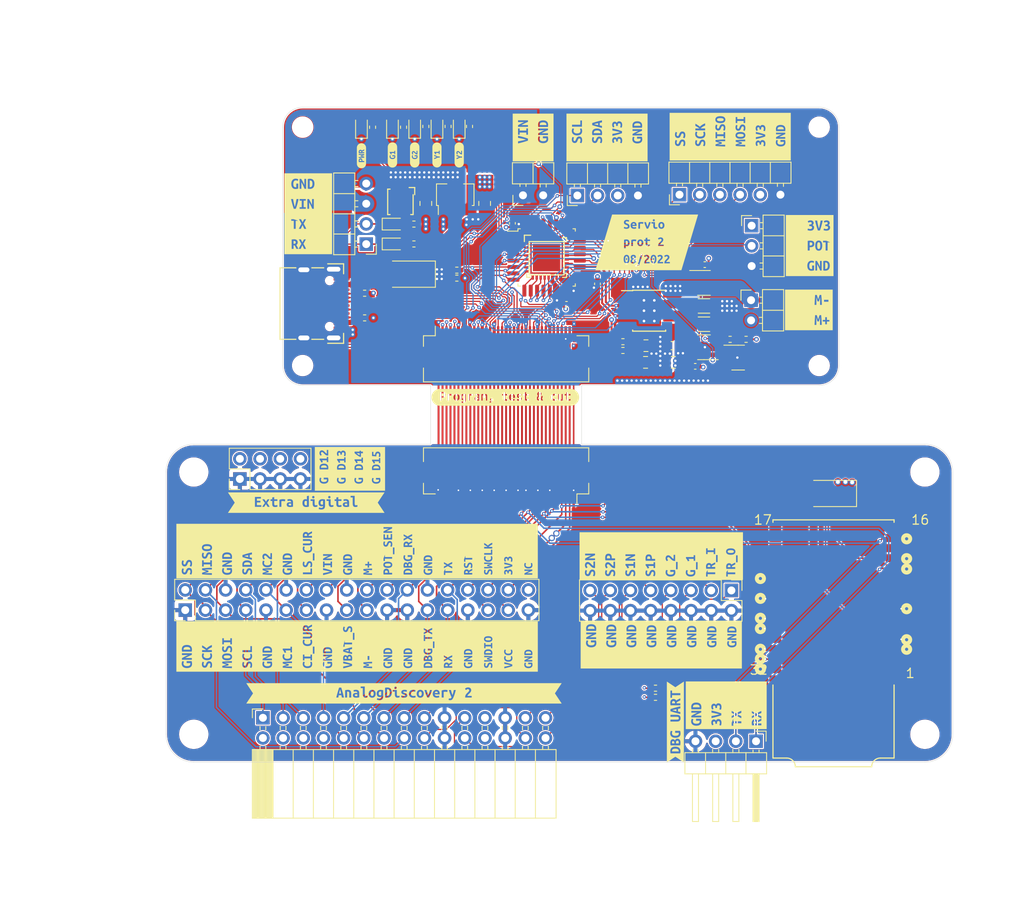
<source format=kicad_pcb>
(kicad_pcb (version 20211014) (generator pcbnew)
  (layers (0 "F.Cu" signal) (1 "In1.Cu" signal) (2 "In2.Cu" signal) (31 "B.Cu" signal) (34 "B.Paste" user) (35 "F.Paste" user) (36 "B.SilkS" user "B.Silkscreen") (37 "F.SilkS" user "F.Silkscreen") (38 "B.Mask" user) (39 "F.Mask" user) (44 "Edge.Cuts" user))
  (net 0 "")
  (net 1 "GND")
  (net 2 "+3V3")
  (net 3 "VCC")
  (net 4 "Net-(D1-Pad2)")
  (net 5 "UART_TX")
  (net 6 "Net-(D2-Pad2)")
  (net 7 "UART_RX")
  (net 8 "Net-(D3-Pad2)")
  (net 9 "DBG_USART_TX")
  (net 10 "Net-(D4-Pad2)")
  (net 11 "DBG_USART_RX")
  (net 12 "Net-(D6-Pad2)")
  (net 13 "Net-(D9-Pad2)")
  (net 14 "Net-(D10-Pad2)")
  (net 15 "VIN")
  (net 16 "SCL")
  (net 17 "SDA")
  (net 18 "M-")
  (net 19 "M+")
  (net 20 "SS")
  (net 21 "SCK")
  (net 22 "MOSI")
  (net 23 "MISO")
  (net 24 "POT_SENSE")
  (net 25 "SWDIO")
  (net 26 "SWCLK")
  (net 27 "RESET")
  (net 28 "Net-(J13-PadB5)")
  (net 29 "Net-(J13-PadA5)")
  (net 31 "VBAT_SENSE")
  (net 33 "MC_1")
  (net 34 "MC_2")
  (net 35 "USB_D_P")
  (net 36 "USB_D_N")
  (net 37 "Net-(D8-Pad2)")
  (net 38 "Net-(D11-Pad2)")
  (net 39 "CIRCULATION_CURRENT")
  (net 40 "LOW_SIDE_CURRENT")
  (net 43 "LED_GREEN_1")
  (net 44 "LED_YELLOW_1")
  (net 45 "LED_GREEN_2")
  (net 46 "Net-(R16-Pad1)")
  (net 47 "LED_YELLOW_2")
  (net 67 "/CURRENT_SENSE_REF")
  (net 68 "unconnected-(U4-Pad9)")
  (net 69 "/M+_OUT")
  (net 70 "/M_ISEN")
  (net 71 "Net-(D5-Pad2)")
  (net 72 "Net-(D7-Pad2)")
  (net 73 "Net-(R13-Pad2)")
  (net 74 "/D15")
  (net 75 "/D14")
  (net 76 "/D13")
  (net 77 "/D12")
  (net 78 "/TrigI")
  (net 79 "/TrigO")
  (net 80 "/Gen1")
  (net 81 "/Gen2")
  (net 82 "/S2P")
  (net 83 "/S2N")
  (net 84 "/S1P")
  (net 85 "/S1N")
  (footprint "Connector_PinHeader_2.54mm:PinHeader_1x04_P2.54mm_Horizontal" (layer "F.Cu") (at 175.07 75.1 90)
    (fp_text reference "J3" hide)
    (fp_text value "I2C")
  )
  (footprint "Connector_FFC-FPC:Hirose_FH12-35S-0.5SH_1x35-1MP_P0.50mm_Horizontal" (layer "F.Cu") (at 166.1 111.35 180)
    (fp_text reference "J2" hide)
    (fp_text value "ServioDbg")
  )
  (footprint "Resistor_SMD:R_1206_3216Metric" (layer "F.Cu") (at 191 89 180)
    (fp_text reference "R17" hide)
    (fp_text value "43m")
  )
  (footprint "projectFootprints:STM32FG431-32" (layer "F.Cu") (at 171.2 82.9)
    (fp_text reference "U4" hide)
    (fp_text value "STM32G431K6Ux")
  )
  (footprint "MountingHole:MountingHole_2.2mm_M2" (layer "F.Cu") (at 140.5 96.5)
    (fp_text reference "H8" hide)
    (fp_text value "MountingHole")
  )
  (footprint "Capacitor_SMD:C_0805_2012Metric" (layer "F.Cu") (at 183.65 96.1 180)
    (fp_text reference "C12" hide)
    (fp_text value "22u")
  )
  (footprint "Capacitor_SMD:C_0402_1005Metric" (layer "F.Cu") (at 189.9 96.6)
    (fp_text reference "C2" hide)
    (fp_text value "470n")
  )
  (footprint "Resistor_SMD:R_0402_1005Metric" (layer "F.Cu") (at 156 66.4125 90)
    (fp_text reference "R14" hide)
    (fp_text value "330R")
  )
  (footprint "MountingHole:MountingHole_3.2mm_M3" (layer "F.Cu") (at 126.8 142.9)
    (fp_text reference "H2" hide)
    (fp_text value "MountingHole")
  )
  (footprint "kibuzzard-62F78C24" (layer "F.Cu") (at 178.8 67.8 90)
    (fp_text reference "kibuzzard-62F78C24" hide)
    (fp_text value "G***" hide)
  )
  (footprint "projectFootprints:DFN3.3X3.3-EP" (layer "F.Cu") (at 152.8 75.9 -90)
    (fp_text reference "Q1" hide)
    (fp_text value "AP60P20Q")
  )
  (footprint "MountingHole:MountingHole_2.2mm_M2" (layer "F.Cu") (at 205.5 96.5)
    (fp_text reference "H7" hide)
    (fp_text value "MountingHole")
  )
  (footprint "Connector_PinSocket_2.54mm:PinSocket_2x15_P2.54mm_Horizontal" (layer "F.Cu") (at 135.5 140.825 90)
    (fp_text reference "A1" hide)
    (fp_text value "AnalogDiscovery")
  )
  (footprint "kibuzzard-62F755BE" (layer "F.Cu") (at 193.8 139.25 90)
    (fp_text reference "kibuzzard-62F755BE" hide)
    (fp_text value "G***" hide)
  )
  (footprint "LED_SMD:LED_0603_1608Metric" (layer "F.Cu") (at 154.6 66.4125 90)
    (fp_text reference "D8" hide)
    (fp_text value "LED GREEN")
  )
  (footprint "LED_SMD:LED_0603_1608Metric" (layer "F.Cu") (at 147.9 66.4125 90)
    (fp_text reference "D6" hide)
    (fp_text value "LED PWR")
  )
  (footprint "Resistor_SMD:R_0402_1005Metric" (layer "F.Cu") (at 194.29 93.2)
    (fp_text reference "R19" hide)
    (fp_text value "100k")
  )
  (footprint "projectFootprints:MOD_STLINK-V3M_MB1467" (layer "F.Cu") (at 207.3 145.8899 180)
    (fp_text reference "U1" hide)
    (fp_text value "STLINK-V3MODS")
  )
  (footprint "Resistor_SMD:R_0402_1005Metric" (layer "F.Cu") (at 184.9 137.1)
    (fp_text reference "R5" hide)
    (fp_text value "330R")
  )
  (footprint "kibuzzard-62F78D38" (layer "F.Cu") (at 141.2 77.4)
    (fp_text reference "kibuzzard-62F78D38" hide)
    (fp_text value "G***" hide)
  )
  (footprint "Capacitor_SMD:C_0805_2012Metric" (layer "F.Cu") (at 183.7 94 180)
    (fp_text reference "C8" hide)
    (fp_text value "22u")
  )
  (footprint "kibuzzard-62F760DB" (layer "F.Cu") (at 166 100.5)
    (fp_text reference "kibuzzard-62F760DB" hide)
    (fp_text value "G***" hide)
  )
  (footprint "kibuzzard-62F753A1" (layer "F.Cu") (at 147.35 119.85 90)
    (fp_text reference "kibuzzard-62F753A1" hide)
    (fp_text value "G***" hide)
  )
  (footprint "Resistor_SMD:R_0402_1005Metric" (layer "F.Cu") (at 149.3 66.5125 90)
    (fp_text reference "R12" hide)
    (fp_text value "330R")
  )
  (footprint "Resistor_SMD:R_0402_1005Metric" (layer "F.Cu") (at 148.3 90.5)
    (fp_text reference "R8" hide)
    (fp_text value "5k1")
  )
  (footprint "LED_SMD:LED_0603_1608Metric" (layer "F.Cu") (at 197.6 138 90)
    (fp_text reference "D3" hide)
    (fp_text value "LED_TX")
  )
  (footprint "Resistor_SMD:R_0402_1005Metric" (layer "F.Cu") (at 161.5 66.4125 90)
    (fp_text reference "R18" hide)
    (fp_text value "330R")
  )
  (footprint "MountingHole:MountingHole_2.2mm_M2" (layer "F.Cu") (at 140.5 66.5)
    (fp_text reference "H5" hide)
    (fp_text value "MountingHole")
  )
  (footprint "kibuzzard-62F75565" (layer "F.Cu") (at 153.25 137.75)
    (fp_text reference "kibuzzard-62F75565" hide)
    (fp_text value "G***" hide)
  )
  (footprint "Capacitor_SMD:C_0805_2012Metric" (layer "F.Cu") (at 187.15 96.1)
    (fp_text reference "C11" hide)
    (fp_text value "22u")
  )
  (footprint "kibuzzard-62F78AD0" (layer "F.Cu") (at 154.6 70 90)
    (fp_text reference "kibuzzard-62F78AD0" hide)
    (fp_text value "G***" hide)
  )
  (footprint "LED_SMD:LED_0603_1608Metric" (layer "F.Cu") (at 160.2 66.4125 90)
    (fp_text reference "D11" hide)
    (fp_text value "LED YELLOW")
  )
  (footprint "Capacitor_SMD:C_0603_1608Metric" (layer "F.Cu") (at 187 94)
    (fp_text reference "C6" hide)
    (fp_text value "100n")
  )
  (footprint "MountingHole:MountingHole_3.2mm_M3" (layer "F.Cu") (at 218.8 109.9)
    (fp_text reference "H1" hide)
    (fp_text value "MountingHole")
  )
  (footprint "kibuzzard-62F78D92" (layer "F.Cu") (at 183.8 81)
    (fp_text reference "kibuzzard-62F78D92" hide)
    (fp_text value "G***" hide)
  )
  (footprint "Package_TO_SOT_SMD:SOT-89-3" (layer "F.Cu") (at 159.7 75.3 90)
    (fp_text reference "U2" hide)
    (fp_text value "HT7533-1-SOT89")
  )
  (footprint "MountingHole:MountingHole_3.2mm_M3" (layer "F.Cu") (at 126.8 109.9)
    (fp_text reference "H4" hide)
    (fp_text value "MountingHole")
  )
  (footprint "Resistor_SMD:R_0402_1005Metric" (layer "F.Cu") (at 180.8 94.6)
    (fp_text reference "R13" hide)
    (fp_text value "100k")
  )
  (footprint "kibuzzard-62F75722" (layer "F.Cu") (at 187.4 141.35 90)
    (fp_text reference "kibuzzard-62F75722" hide)
    (fp_text value "G***" hide)
  )
  (footprint "Package_TO_SOT_SMD:SOT-23-5" (layer "F.Cu") (at 195.3 95.5)
    (fp_text reference "U7" hide)
    (fp_text value "LMV321")
  )
  (footprint "Connector_PinHeader_2.54mm:PinHeader_1x06_P2.54mm_Horizontal" (layer "F.Cu") (at 187.92 75 90)
    (fp_text reference "J6" hide)
    (fp_text value "SPI")
  )
  (footprint "kibuzzard-62F75303" (layer "F.Cu") (at 185.625 120.475 90)
    (fp_text reference "kibuzzard-62F75303" hide)
    (fp_text value "G***" hide)
  )
  (footprint "Package_TO_SOT_SMD:SOT-23-6" (layer "F.Cu") (at 191 94.2 180)
    (fp_text reference "U3" hide)
    (fp_text value "INA181A3")
  )
  (footprint "Connector_PinHeader_2.54mm:PinHeader_2x04_P2.54mm_Vertical" (layer "F.Cu") (at 132.6 110.775 90)
    (fp_text reference "J10" hide)
    (fp_text value "ExtraDigital")
  )
  (footprint "Connector_PinHeader_2.54mm:PinHeader_1x04_P2.54mm_Horizontal" (layer "F.Cu") (at 148.5 81.22 180)
    (fp_text reference "J11" hide)
    (fp_text value "INTERFACE")
  )
  (footprint "Connector_PinHeader_2.54mm:PinHeader_1x02_P2.54mm_Horizontal" (layer "F.Cu") (at 168.225 75.075 90)
    (fp_text reference "J1" hide)
    (fp_text value "VIN_Terminal")
  )
  (footprint "kibuzzard-62F7521F" (layer "F.Cu") (at 185.625 131.625 90)
    (fp_text reference "kibuzzard-62F7521F" hide)
    (fp_text value "G***" hide)
  )
  (footprint "Resistor_SMD:R_0402_1005Metric" (layer "F.Cu") (at 159.9 84.5)
    (fp_text reference "R1" hide)
    (fp_text value "100k")
  )
  (footprint "kibuzzard-62F756CA" (layer "F.Cu") (at 140.95 113.75)
    (fp_text reference "kibuzzard-62F756CA" hide)
    (fp_text value "G***" hide)
  )
  (footprint "Resistor_SMD:R_0402_1005Metric" (layer "F.Cu") (at 180.8 93.5 180)
    (fp_text reference "R9" hide)
    (fp_text value "150k")
  )
  (footprint "Resistor_SMD:R_0402_1005Metric" (layer "F.Cu") (at 158.8 66.4125 90)
    (fp_text reference "R11" hide)
    (fp_text value "330R")
  )
  (footprint "Connector_PinHeader_2.54mm:PinHeader_1x02_P2.54mm_Horizontal" (layer "F.Cu") (at 196.925 88.275)
    (fp_text reference "J5" hide)
    (fp_text value "Motor_Header")
  )
  (footprint "Capacitor_SMD:C_0402_1005Metric" (layer "F.Cu") (at 191.1 83.8 180)
    (fp_text reference "C7" hide)
    (fp_text value "470n")
  )
  (footprint "kibuzzard-62F78BE6" (layer "F.Cu") (at 169.5 67.8 90)
    (fp_text reference "kibuzzard-62F78BE6" hide)
    (fp_text value "G***" hide)
  )
  (footprint "kibuzzard-62F78AE4" (layer "F.Cu") (at 157.4 70 90)
    (fp_text reference "kibuzzard-62F78AE4" hide)
    (fp_text value "G***" hide)
  )
  (footprint "Capacitor_SMD:C_0805_2012Metric" (layer "F.Cu") (at 156 76.1 -90)
    (fp_text reference "C9" hide)
    (fp_text value "22u")
  )
  (footprint "MountingHole:MountingHole_2.2mm_M2" (layer "F.Cu") (at 205.5 66.5)
    (fp_text reference "H6" hide)
    (fp_text value "MountingHole")
  )
  (footprint "Resistor_SMD:R_0402_1005Metric" (layer "F.Cu") (at 148.3 87.4 180)
    (fp_text reference "R7" hide)
    (fp_text value "5k1")
  )
  (footprint "Diode_SMD:D_SMA" (layer "F.Cu") (at 153.8 85 180)
    (fp_text reference "D5" hide)
    (fp_text value "SS54")
  )
  (footprint "Resistor_SMD:R_1206_3216Metric" (layer "F.Cu") (at 191 91.3)
    (fp_text reference "R15" hide)
    (fp_text value "43m")
  )
  (footprint "MountingHole:MountingHole_3.2mm_M3" (layer "F.Cu") (at 218.8 142.9)
    (fp_text reference "H3" hide)
    (fp_text value "MountingHole")
  )
  (footprint "Resistor_SMD:R_0402_1005Metric" (layer "F.Cu") (at 196.3 93.2)
    (fp_text reference "R16" hide)
    (fp_text value "100k")
  )
  (footprint "kibuzzard-62F78D02" (layer "F.Cu") (at 204.2 89.5)
    (fp_text reference "kibuzzard-62F78D02" hide)
    (fp_text value "G***" hide)
  )
  (footprint "kibuzzard-62F78AEF" (layer "F.Cu") (at 160.2 70 90)
    (fp_text reference "kibuzzard-62F78AEF" hide)
    (fp_text value "G***" hide)
  )
  (footprint "Diode_SMD:D_SMA" (layer "F.Cu") (at 206.8 112.6 180)
    (fp_text reference "D7" hide)
    (fp_text value "SS54")
  )
  (footprint "Connector_PinHeader_2.54mm:PinHeader_2x08_P2.54mm_Vertical" (layer "F.Cu") (at 194.45 124.8 -90)
    (fp_text reference "J14" hide)
    (fp_text value "Analog")
  )
  (footprint "kibuzzard-62F7568E" (layer "F.Cu") (at 146.45 109.5 90)
    (fp_text reference "kibuzzard-62F7568E" hide)
    (fp_text value "G***" hide)
  )
  (footprint "kibuzzard-62F78AC2" (layer "F.Cu") (at 151.8 70 90)
    (fp_text reference "kibuzzard-62F78AC2" hide)
    (fp_text value "G***" hide)
  )
  (footprint "Connector_PinHeader_2.54mm:PinHeader_1x04_P2.54mm_Horizontal" (layer "F.Cu") (at 197.55 143.775 -90)
    (fp_text reference "J12" hide)
    (fp_text value "DEBUG")
  )
  (footprint "kibuzzard-62F78A97" (layer "F.Cu") (at 147.9 70.1 90)
    (fp_text reference "kibuzzard-62F78A97" hide)
    (fp_text value "G***" hide)
  )
  (footprint "Capacitor_SMD:C_0402_1005Metric" (layer "F.Cu") (at 166.9 78.6 90)
    (fp_text reference "C5" hide)
    (fp_text value "470n")
  )
  (footprint "LED_SMD:LED_0603_1608Metric" (layer "F.Cu") (at 157.4 66.4125 90)
    (fp_text reference "D10" hide)
    (fp_text value "LED YELLOW")
  )
  (footprint "Resistor_SMD:R_0402_1005Metric" (layer "F.Cu") (at 154.5 78.7 180)
    (fp_text reference "R4" hide)
    (fp_text value "330R")
  )
  (footprint "Connector_PinHeader_2.54mm:PinHeader_2x18_P2.54mm_Vertical" (layer "F.Cu") (at 125.725 127.275 90)
    (fp_text reference "J9" hide)
    (fp_text value "DbgPins")
  )
  (footprint "LED_SMD:LED_0603_1608Metric" (layer "F.Cu") (at 151.8 66.4125 90)
    (fp_text reference "D9" hide)
    (fp_text value "LED GREEN")
  )
  (footprint "LED_SMD:LED_0603_1608Metric" (layer "F.Cu") (at 152 81.2)
    (fp_text reference "D1" hide)
    (fp_text value "LED_RX")
  )
  (footprint "projectFootprints:USB_C_Female-16Pin-HPJF" (layer "F.Cu") (at 145.4 88.7 -90)
    (fp_text reference "J13" hide)
    (fp_text value "USB_C_Receptacle_USB2.0")
  )
  (footprint "Resistor_SMD:R_0402_1005Metric" (layer "F.Cu") (at 159.9 85.5)
    (fp_text reference "R2" hide)
    (fp_text value "20k")
  )
  (footprint "Package_SO:Texas_HTSOP-8-1EP_3.9x4.9mm_P1.27mm_EP2.95x4.9mm_Mask2.4x3.1mm_ThermalVias" (layer "F.Cu") (at 184.1 89.6)
    (fp_text reference "U5" hide)
    (fp_text value "DRV8870DDA")
  )
  (footprint "kibuzzard-62F7549B" (layer "F.Cu") (at 147.35 131.85 90)
    (fp_text reference "kibuzzard-62F7549B" hide)
    (fp_text value "G***" hide)
  )
  (footprint "Connector_PinHeader_2.54mm:PinHeader_1x03_P2.54mm_Horizontal" (layer "F.Cu") (at 197 78.9)
    (fp_text reference "J7" hide)
    (fp_text value "Potentiometer")
  )
  (footprint "Resistor_SMD:R_0402_1005Metric" (layer "F.Cu") (at 153.2 66.5125 90)
    (fp_text reference "R10" hide)
    (fp_text value "330R")
  )
  (footprint "LED_SMD:LED_0603_1608Metric" (layer "F.Cu") (at 152 78.7)
    (fp_text reference "D2" hide)
    (fp_text value "LED_TX")
  )
  (footprint "Capacitor_SMD:C_0805_2012Metric" (layer "F.Cu") (at 163.4 76.1 -90)
    (fp_text reference "C1" hide)
    (fp_text value "22u")
  )
  (footprint "Capacitor_SMD:C_0402_1005Metric" (layer "F.Cu") (at 173.7 88.8)
    (fp_text reference "C3" hide)
    (fp_text value "470n")
  )
  (footprint "LED_SMD:LED_0603_1608Metric" (layer "F.Cu") (at 195 137.95 90)
    (fp_text reference "D4" hide)
    (fp_text value "LED_RX")
  )
  (footprint "kibuzzard-62F78C8F" (layer "F.Cu") (at 194.3 67.7 90)
    (fp_text reference "kibuzzard-62F78C8F" hide)
    (fp_text value "G***" hide)
  )
  (footprint "Package_TO_SOT_SMD:SOT-23-6" (layer "F.Cu") (at 191 86.1)
    (fp_text reference "U6" hide)
    (fp_text value "INA181A3")
  )
  (footprint "Resistor_SMD:R_0402_1005Metric" (layer "F.Cu") (at 154.5 81.2 180)
    (fp_text reference "R3" hide)
    (fp_text value "330R")
  )
  (footprint "Capacitor_SMD:C_0402_1005Metric" (layer "F.Cu") (at 177.6 86.22 -90)
    (fp_text reference "C4" hide)
    (fp_text value "470n")
  )
  (footprint "Resistor_SMD:R_0402_1005Metric" (layer "F.Cu") (at 184.9 138.25)
    (fp_text reference "R6" hide)
    (fp_text value "330R")
  )
  (footprint "Connector_FFC-FPC:Hirose_FH12-35S-0.5SH_1x35-1MP_P0.50mm_Horizontal" (layer "F.Cu") (at 166.1 94.05)
    (fp_text reference "J8" hide)
    (fp_text value "DbgInterface")
  )
  (footprint "kibuzzard-62F78CD0" (layer "F.Cu") (at 204.3 81.4)
    (fp_text reference "kibuzzard-62F78CD0" hide)
    (fp_text value "G***" hide)
  )
  (gr_circle (center 198.1 133.4) (end 198.3 133.4) (layer "F.SilkS") (width 0.5) (fill none))
  (gr_circle (center 216.5 120.8) (end 216.7 120.8) (layer "F.SilkS") (width 0.5) (fill none))
  (gr_circle (center 198.1 128.3) (end 198.3 128.3) (layer "F.SilkS") (width 0.5) (fill none))
  (gr_circle (center 198.1 132.2) (end 198.3 132.2) (layer "F.SilkS") (width 0.5) (fill none))
  (gr_circle (center 216.5 132.2) (end 216.7 132.2) (layer "F.SilkS") (width 0.5) (fill none))
  (gr_circle (center 198.1 123.3) (end 198.3 123.3) (layer "F.SilkS") (width 0.5) (fill none))
  (gr_circle (center 198.1 125.8) (end 198.3 125.8) (layer "F.SilkS") (width 0.5) (fill none))
  (gr_circle (center 216.5 131) (end 216.7 131) (layer "F.SilkS") (width 0.5) (fill none))
  (gr_circle (center 198.1 129.6) (end 198.3 129.6) (layer "F.SilkS") (width 0.5) (fill none))
  (gr_circle (center 216.5 122.1) (end 216.7 122.1) (layer "F.SilkS") (width 0.5) (fill none))
  (gr_circle (center 216.5 118.3) (end 216.7 118.3) (layer "F.SilkS") (width 0.5) (fill none))
  (gr_circle (center 216.5 127.1) (end 216.7 127.1) (layer "F.SilkS") (width 0.5) (fill none))
  (gr_circle (center 198.1 134.7) (end 198.3 134.7) (layer "F.SilkS") (width 0.5) (fill none))
  (gr_line (start 156.6 106.4) (end 156.6 99) (layer "Edge.Cuts") (width 0.05))
  (gr_line (start 208 66.5) (end 208 96.5) (layer "Edge.Cuts") (width 0.05))
  (gr_line (start 222.3 109.9) (end 222.3 142.9) (layer "Edge.Cuts") (width 0.05))
  (gr_line (start 138 96.5) (end 138 66.5) (layer "Edge.Cuts") (width 0.05))
  (gr_line (start 175.6 106.4) (end 218.8 106.4) (layer "Edge.Cuts") (width 0.05))
  (gr_line (start 218.8 146.4) (end 126.8 146.4) (layer "Edge.Cuts") (width 0.05))
  (gr_line (start 126.8 106.4) (end 156.6 106.4) (layer "Edge.Cuts") (width 0.05))
  (gr_line (start 156.6 99) (end 140.5 99) (layer "Edge.Cuts") (width 0.05))
  (gr_arc (start 140.5 99) (mid 138.732233 98.267767) (end 138 96.5) (layer "Edge.Cuts") (width 0.05))
  (gr_arc (start 205.5 64) (mid 207.267767 64.732233) (end 208 66.5) (layer "Edge.Cuts") (width 0.05))
  (gr_line (start 140.5 64) (end 205.5 64) (layer "Edge.Cuts") (width 0.05))
  (gr_line (start 175.6 99) (end 175.6 106.4) (layer "Edge.Cuts") (width 0.05))
  (gr_line (start 123.3 142.9) (end 123.3 109.9) (layer "Edge.Cuts") (width 0.05))
  (gr_arc (start 222.3 142.9) (mid 221.274874 145.374874) (end 218.8 146.4) (layer "Edge.Cuts") (width 0.05))
  (gr_arc (start 218.8 106.4) (mid 221.274874 107.425126) (end 222.3 109.9) (layer "Edge.Cuts") (width 0.05))
  (gr_arc (start 126.8 146.4) (mid 124.325126 145.374874) (end 123.3 142.9) (layer "Edge.Cuts") (width 0.05))
  (gr_arc (start 138 66.5) (mid 138.732233 64.732233) (end 140.5 64) (layer "Edge.Cuts") (width 0.05))
  (gr_arc (start 123.3 109.9) (mid 124.325126 107.425126) (end 126.8 106.4) (layer "Edge.Cuts") (width 0.05))
  (gr_line (start 205.5 99) (end 175.6 99) (layer "Edge.Cuts") (width 0.05))
  (gr_arc (start 208 96.5) (mid 207.267767 98.267767) (end 205.5 99) (layer "Edge.Cuts") (width 0.05))
  (segment (start 174.6 92.2) (end 174.6 91.3) (width 0.15) (layer "F.Cu") (net 1))
  (segment (start 174.6 112.2) (end 174.6 94) (width 0.2) (layer "F.Cu") (net 1))
  (segment (start 160.1 91.393327) (end 160.114883 91.378444) (width 0.15) (layer "F.Cu") (net 1))
  (segment (start 148.81 90.5) (end 149.4 90.5) (width 0.2) (layer "F.Cu") (net 1))
  (segment (start 160.41 85.5) (end 160.924809 85.5) (width 0.25) (layer "F.Cu") (net 1))
  (segment (start 172.4 87.075) (end 172.4 88.200497) (width 0.25) (layer "F.Cu") (net 1))
  (segment (start 161.6 92.2) (end 161.6 91.088426) (width 0.15) (layer "F.Cu") (net 1))
  (segment (start 163.1 91.357806) (end 163.104838 91.352968) (width 0.15) (layer "F.Cu") (net 1))
  (segment (start 192.1375 86.1) (end 192.1375 87.05) (width 0.2) (layer "F.Cu") (net 1))
  (segment (start 177.6 86.7) (end 177.15 86.7) (width 0.25) (layer "F.Cu") (net 1))
  (segment (start 192.4625 89) (end 191.6 89) (width 0.25) (layer "F.Cu") (net 1))
  (segment (start 172.4 88.200497) (end 172.499503 88.3) (width 0.25) (layer "F.Cu") (net 1))
  (segment (start 147.9 67.2) (end 147.9 68) (width 0.2) (layer "F.Cu") (net 1))
  (segment (start 199.97997 125.8239) (end 198.7761 125.8239) (width 0.2) (layer "F.Cu") (net 1))
  (segment (start 198.6839 129.6339) (end 198.65 129.6) (width 0.2) (layer "F.Cu") (net 1))
  (segment (start 214.62003 127.0939) (end 215.7939 127.0939) (width 0.2) (layer "F.Cu") (net 1))
  (segment (start 182.195 87.695) (end 184.1 89.6) (width 0.25) (layer "F.Cu") (net 1))
  (segment (start 194.1625 95.5) (end 195.2 95.5) (width 0.25) (layer "F.Cu") (net 1))
  (segment (start 164.6 92.2) (end 164.6 112.2) (width 0.25) (layer "F.Cu") (net 1))
  (segment (start 166.1 92.2) (end 166.1 91.38066) (width 0.15) (layer "F.Cu") (net 1))
  (segment (start 163.1 113.2) (end 163.1 112.2) (width 0.15) (layer "F.Cu") (net 1))
  (segment (start 167.6 92.2) (end 167.6 112.2) (width 0.25) (layer "F.Cu") (net 1))
  (segment (start 190.62 83.8) (end 190.85 84.03) (width 0.25) (layer "F.Cu") (net 1))
  (segment (start 191.129928 94.2) (end 191.114964 94.185036) (width 0.5) (layer "F.Cu") (net 1))
  (segment (start 170.1 113.2) (end 170.1 112.2) (width 0.15) (layer "F.Cu") (net 1))
  (segment (start 171.6 113.2) (end 171.6 112.2) (width 0.15) (layer "F.Cu") (net 1))
  (segment (start 199.97997 128.3639) (end 198.7139 128.3639) (width 0.2) (layer "F.Cu") (net 1))
  (segment (start 170.1 92.2) (end 170.1 112.2) (width 0.25) (layer "F.Cu") (net 1))
  (segment (start 145.4 91.75) (end 146.55 91.75) (width 0.2) (layer "F.Cu") (net 1))
  (segment (start 182.75 94.095183) (end 182.75 94) (width 0.2) (layer "F.Cu") (net 1))
  (segment (start 199.97997 129.6339) (end 198.6839 129.6339) (width 0.2) (layer "F.Cu") (net 1))
  (segment (start 169.45 80.4) (end 168.4 79.35) (width 0.15) (layer "F.Cu") (net 1))
  (segment (start 171.6 91.231119) (end 171.613269 91.21785) (width 0.15) (layer "F.Cu") (net 1))
  (segment (start 171.95 86.109315) (end 172.4 86.559315) (width 0.15) (layer "F.Cu") (net 1))
  (segment (start 180.91 95.22) (end 181.625183 95.22) (width 0.2) (layer "F.Cu") (net 1))
  (segment (start 168.6 91.251858) (end 168.597642 91.2495) (width 0.15) (layer "F.Cu") (net 1))
  (segment (start 150.75 73.6) (end 151.75 74.6) (width 0.2) (layer "F.Cu") (net 1))
  (segment (start 157.6 92.2) (end 157.6 112.1) (width 0.25) (layer "F.Cu") (net 1))
  (segment (start 191.3 87.8) (end 192.05 87.05) (width 0.25) (layer "F.Cu") (net 1))
  (segment (start 149.3755 87.4) (end 149.4 87.3755) (width 0.2) (layer "F.Cu") (net 1))
  (segment (start 154.6 67.2) (end 154.6 68) (width 0.2) (layer "F.Cu") (net 1))
  (segment (start 163.1 112.2) (end 163.1 92.2) (width 0.25) (layer "F.Cu") (net 1))
  (segment (start 168.4 78.725) (end 167.725 78.725) (width 0.25) (layer "F.Cu") (net 1))
  (segment (start 161.6 91.088426) (end 161.555582 91.044008) (width 0.15) (layer "F.Cu") (net 1))
  (segment (start 164.6 92.2) (end 164.6 91.3) (width 0.15) (layer "F.Cu") (net 1))
  (segment (start 174 86.45) (end 174 87.075) (width 0.15) (layer "F.Cu") (net 1))
  (segment (start 160.1 92.2) (end 160.1 112.2) (width 0.25) (layer "F.Cu") (net 1))
  (segment (start 157.4 67.2) (end 157.4 68) (width 0.2) (layer "F.Cu") (net 1))
  (segment (start 146.55 91.75) (end 146.8 92) (width 0.2) (layer "F.Cu") (net 1))
  (segment (start 171.6 112.2) (end 171.6 112.8) (width 0.25) (layer "F.Cu") (net 1))
  (segment (start 193.78 93.2) (end 192.78 94.2) (width 0.25) (layer "F.Cu") (net 1))
  (segment (start 145.4 85.35) (end 146.65 85.35) (width 0.2) (layer "F.Cu") (net 1))
  (segment (start 166.1 91.38066) (end 166.061604 91.342264) (width 0.15) (layer "F.Cu") (net 1))
  (segment (start 191.3 88.7) (end 191.3 87.8) (width 0.25) (layer "F.Cu") (net 1))
  (segment (start 199.97997 132.1739) (end 198.6739 132.1739) (width 0.2) (layer "F.Cu") (net 1))
  (segment (start 161.6 92.2) (end 161.6 112.2) (width 0.25) (layer "F.Cu") (net 1))
  (segment (start 157.6 112.1) (end 157.55 112.15) (width 0.25) (layer "F.Cu") (net 1))
  (segment (start 180.29 94.6) (end 180.91 95.22) (width 0.2) (layer "F.Cu") (net 1))
  (segment (start 146.65 85.35) (end 146.7 85.3) (width 0.2) (layer "F.Cu") (net 1))
  (segment (start 171.6 92.2) (end 171.6 91.231119) (width 0.15) (layer "F.Cu") (net 1))
  (segment (start 168.6 92.2) (end 168.6 112.2) (width 0.25) (layer "F.Cu") (net 1))
  (segment (start 174 88.62) (end 174.18 88.8) (width 0.15) (layer "F.Cu") (net 1))
  (segment (start 215.7539 130.9039) (end 215.8 130.95) (width 0.2) (layer "F.Cu") (net 1))
  (segment (start 198.7761 125.8239) (end 198.75 125.85) (width 0.2) (layer "F.Cu") (net 1))
  (segment (start 172.95 85.4) (end 174 86.45) (width 0.15) (layer "F.Cu") (net 1))
  (segment (start 190.246751 86.1) (end 189.8625 86.1) (width 0.25) (layer "F.Cu") (net 1))
  (segment (start 191.6 89) (end 191.3 88.7) (width 0.25) (layer "F.Cu") (net 1))
  (segment (start 157.6 91.050593) (end 157.598484 91.049077) (width 0.15) (layer "F.Cu") (net 1))
  (segment (start 168.6 92.2) (end 168.6 91.251858) (width 0.15) (layer "F.Cu") (net 1))
  (segment (start 157.6 112.2) (end 157.55 112.15) (width 0.15) (layer "F.Cu") (net 1))
  (segment (start 160.2 67.2) (end 160.2 68) (width 0.2) (layer "F.Cu") (net 1))
  (segment (start 198.7139 128.3639) (end 198.7 128.35) (width 0.2) (layer "F.Cu") (net 1))
  (segment (start 190.85 84.03) (end 190.85 85.496751) (width 0.25) (layer "F.Cu") (net 1))
  (segment (start 160.924809 85.5) (end 160.925124 85.499685) (width 0.25) (layer "F.Cu") (net 1))
  (segment (start 174 87.075) (end 174 88.62) (width 0.15) (layer "F.Cu") (net 1))
  (segment (start 167.6 91.152506) (end 167.63341 91.119096) (width 0.15) (layer "F.Cu") (net 1))
  (segment (start 192.1375 94.2) (end 191.129928 94.2) (width 0.5) (layer "F.Cu") (net 1))
  (segment (start 174.6 91.3) (end 174.65 91.25) (width 0.15) (layer "F.Cu") (net 1))
  (segment (start 174.575 87.075) (end 174.6 87.1) (width 0.25) (layer "F.Cu") (net 1))
  (segment (start 190.85 85.496751) (end 190.246751 86.1) (width 0.25) (layer "F.Cu") (net 1))
  (segment (start 192.78 94.2) (end 192.1375 94.2) (width 0.25) (layer "F.Cu") (net 1))
  (segment (start 157.6 92.2) (end 157.6 91.050593) (width 0.15) (layer "F.Cu") (net 1))
  (segment (start 181.225 87.695) (end 182.195 87.695) (width 0.25) (layer "F.Cu") (net 1))
  (segment (start 162.35 78.1) (end 161.15 78.1) (width 0.2) (layer "F.Cu") (net 1))
  (segment (start 167.6 92.2) (end 167.6 91.152506) (width 0.15) (layer "F.Cu") (net 1))
  (segment (start 166.1 92.2) (end 166.1 112.2) (width 0.25) (layer "F.Cu") (net 1))
  (segment (start 148.5 73.6) (end 150.75 73.6) (width 0.2) (layer "F.Cu") (net 1))
  (segment (start 148.81 87.4) (end 149.3755 87.4) (width 0.2) (layer "F.Cu") (net 1))
  (segment (start 166.9 78.12) (end 167.12 78.12) (width 0.25) (layer "F.Cu") (net 1))
  (segment (start 157.6 113.2) (end 157.6 112.2) (width 0.15) (layer "F.Cu") (net 1))
  (segment (start 171.6 92.2) (end 171.6 112.2) (width 0.25) (layer "F.Cu") (net 1))
  (segment (start 215.7939 127.0939) (end 215.8 127.1) (width 0.2) (layer "F.Cu") (net 1))
  (segment (start 163.1 92.2) (end 163.1 91.357806) (width 0.15) (layer "F.Cu") (net 1))
  (segment (start 181.625183 95.22) (end 182.75 94.095183) (width 0.2) (layer "F.Cu") (net 1))
  (segment (start 163.4 77.05) (end 162.35 78.1) (width 0.2) (layer "F.Cu") (net 1))
  (segment (start 170.1 92.2) (end 170.1 91.36781) (width 0.15) (layer "F.Cu") (net 1))
  (segment (start 160.1 92.2) (end 160.1 91.393327) (width 0.15) (layer "F.Cu") (net 1))
  (segment (start 192.05 87.05) (end 192.1375 87.05) (width 0.25) (layer "F.Cu") (net 1))
  (segment (start 168.6 113.2) (end 168.6 112.2) (width 0.15) (layer "F.Cu") (net 1))
  (segment (start 167.725 78.725) (end 167.7 78.7) (width 0.25) (layer "F.Cu") (net 1))
  (segment (start 167.12 78.12) (end 167.7 78.7) (width 0.25) (layer "F.Cu") (net 1))
  (segment (start 174.6 113.2) (end 174.6 112.2) (width 0.15) (layer "F.Cu") (net 1))
  (segment (start 166.1 113.2) (end 166.1 112.2) (width 0.15) (layer "F.Cu") (net 1))
  (segment (start 171.95 85.4) (end 171.95 86.109315) (width 0.15) (layer "F.Cu") (net 1))
  (segment (start 164.6 113.2) (end 164.6 112.2) (width 0.15) (layer "F.Cu") (net 1))
  (segment (start 171.6 112.8) (end 171.6755 112.8755) (width 0.25) (layer "F.Cu") (net 1))
  (segment (start 151.8 67.2) (end 151.8 68) (width 0.2) (layer "F.Cu") (net 1))
  (segment (start 174 87.075) (end 174.575 87.075) (width 0.25) (layer "F.Cu") (net 1))
  (segment (start 160.1 113.2) (end 160.1 112.2) (width 0.15) (layer "F.Cu") (net 1))
  (segment (start 214.62003 130.9039) (end 215.7539 130.9039) (width 0.2) (layer "F.Cu") (net 1))
  (segment (start 167.6 113.2) (end 167.6 112.2) (width 0.15) (layer "F.Cu") (net 1))
  (segment (start 146.25 92.05) (end 146.8 92.6) (width 0.2) (layer "F.Cu") (net 1))
  (segment (start 198.6739 132.1739) (end 198.65 132.15) (width 0.2) (layer "F.Cu") (net 1))
  (segment (start 161.6 113.2) (end 161.6 112.2) (width 0.15) (layer "F.Cu") (net 1))
  (segment (start 172.4 86.559315) (end 172.4 87.075) (width 0.15) (layer "F.Cu") (net 1))
  (segment (start 168.4 79.35) (end 168.4 78.725) (width 0.15) (layer "F.Cu") (net 1))
  (segment (start 192.1375 86.1) (end 189.8625 86.1) (width 0.2) (layer "F.Cu") (net 1))
  (segment (start 145.4 92.05) (end 146.25 92.05) (width 0.2) (layer "F.Cu") (net 1))
  (segment (start 170.1 91.36781) (end 170.016242 91.284052) (width 0.15) (layer "F.Cu") (net 1))
  (via (at 187.4 95.9) (size 0.6) (drill 0.3) (layers "F.Cu" "B.Cu") (net 1))
  (via (at 198.75 125.85) (size 0.45) (drill 0.2) (layers "F.Cu" "B.Cu") (net 1))
  (via (at 188.35 94.95) (size 0.6) (drill 0.3) (layers "F.Cu" "B.Cu") (net 1))
  (via (at 183.1 98.4) (size 0.6) (drill 0.3) (layers "F.Cu" "B.Cu") (net 1))
  (via (at 161.1 78.8) (size 0.6) (drill 0.3) (layers "F.Cu" "B.Cu") (net 1))
  (via (at 193.9 89) (size 0.6) (drill 0.3) (layers "F.Cu" "B.Cu") (net 1))
  (via (at 160.2 68) (size 0.6) (drill 0.3) (layers "F.Cu" "B.Cu") (net 1))
  (via (at 170.1 112.2) (size 0.45) (drill 0.2) (layers "F.Cu" "B.Cu") (net 1))
  (via (at 158.2 78.7) (size 0.6) (drill 0.3) (layers "F.Cu" "B.Cu") (net 1))
  (via (at 164.6 91.3) (size 0.45) (drill 0.2) (layers "F.Cu" "B.Cu") (net 1))
  (via (at 188.5 98.4) (size 0.6) (drill 0.3) (layers "F.Cu" "B.Cu") (net 1))
  (via (at 167.63341 91.119096) (size 0.45) (drill 0.2) (layers "F.Cu" "B.Cu") (net 1))
  (via (at 163.104838 91.352968) (size 0.45) (drill 0.2) (layers "F.Cu" "B.Cu") (net 1))
  (via (at 156 78.7) (size 0.6) (drill 0.3) (layers "F.Cu" "B.Cu") (net 1))
  (via (at 160.114883 91.378444) (size 0.45) (drill 0.2) (layers "F.Cu" "B.Cu") (net 1))
  (via (at 160.1 112.2) (size 0.45) (drill 0.2) (layers "F.Cu" "B.Cu") (net 1))
  (via (at 180.7 98.4) (size 0.6) (drill 0.3) (layers "F.Cu" "B.Cu") (net 1))
  (via (at 215.8 130.95) (size 0.45) (drill 0.2) (layers "F.Cu" "B.Cu") (net 1))
  (via (at 168.597642 91.2495) (size 0.45) (drill 0.2) (layers "F.Cu" "B.Cu") (net 1))
  (via (at 156 78.1) (size 0.6) (drill 0.3) (layers "F.Cu" "B.Cu") (net 1))
  (via (at 166.061604 91.342264) (size 0.45) (drill 0.2) (layers "F.Cu" "B.Cu") (net 1))
  (via (at 195.1 89.6) (size 0.6) (drill 0.3) (layers "F.Cu" "B.Cu") (net 1))
  (via (at 198.65 132.15) (size 0.45) (drill 0.2) (layers "F.Cu" "B.Cu") (net 1))
  (via (at 190.3 98.4) (size 0.6) (drill 0.3) (layers "F.Cu" "B.Cu") (net 1))
  (via (at 149.4 87.3755) (size 0.6) (drill 0.3) (layers "F.Cu" "B.Cu") (net 1))
  (via (at 182.7 86.6) (size 0.6) (drill 0.3) (layers "F.Cu" "B.Cu") (net 1))
  (via (at 193.3 88.4) (size 0.6) (drill 0.3) (layers "F.Cu" "B.Cu") (net 1))
  (via (at 186.7 98.4) (size 0.6) (drill 0.3) (layers "F.Cu" "B.Cu") (net 1))
  (via (at 147.9 68) (size 0.6) (drill 0.3) (layers "F.Cu" "B.Cu") (net 1))
  (via (at 158.2 78.1) (size 0.6) (drill 0.3) (layers "F.Cu" "B.Cu") (net 1))
  (via (at 174.6 87.1) (size 0.6) (drill 0.3) (layers "F.Cu" "B.Cu") (net 1))
  (via (at 181.3 98.4) (size 0.6) (drill 0.3) (layers "F.Cu" "B.Cu") (net 1))
  (via (at 146.8 92.6) (size 0.6) (drill 0.3) (layers "F.Cu" "B.Cu") (net 1))
  (via (at 156 79.3) (size 0.6) (drill 0.3) (layers "F.Cu" "B.Cu") (net 1))
  (via (at 154.6 68) (size 0.6) (drill 0.3) (layers "F.Cu" "B.Cu") (net 1))
  (via (at 186.1 98.4) (size 0.6) (drill 0.3) (layers "F.Cu" "B.Cu") (net 1))
  (via (at 193.9 88.4) (size 0.6) (drill 0.3) (layers "F.Cu" "B.Cu") (net 1))
  (via (at 180.1 98.4) (size 0.6) (drill 0.3) (layers "F.Cu" "B.Cu") (net 1))
  (via (at 157.4 68) (size 0.6) (drill 0.3) (layers "F.Cu" "B.Cu") (net 1))
  (via (at 194.5 89) (size 0.6) (drill 0.3) (layers "F.Cu" "B.Cu") (net 1))
  (via (at 183.7 98.4) (size 0.6) (drill 0.3) (layers "F.Cu" "B.Cu") (net 1))
  (via (at 158.2 79.3) (size 0.6) (drill 0.3) (layers "F.Cu" "B.Cu") (net 1))
  (via (at 157.55 112.15) (size 0.45) (drill 0.2) (layers "F.Cu" "B.Cu") (net 1))
  (via (at 191.114964 94.185036) (size 0.6) (drill 0.3) (layers "F.Cu" "B.Cu") (net 1))
  (via (at 151.8 68) (size 0.6) (drill 0.3) (layers "F.Cu" "B.Cu") (net 1))
  (via (at 174.6 94) (size 0.45) (drill 0.2) (layers "F.Cu" "B.Cu") (net 1))
  (via (at 198.7 128.35) (size 0.45) (drill 0.2) (layers "F.Cu" "B.Cu") (net 1))
  (via (at 193.9 89.6) (size 0.6) (drill 0.3) (layers "F.Cu" "B.Cu") (net 1))
  (via (at 170.016242 91.284052) (size 0.45) (drill 0.2) (layers "F.Cu" "B.Cu") (net 1))
  (via (at 172.499503 88.3) (size 0.6) (drill 0.3) (layers "F.Cu" "B.Cu") (net 1))
  (via (at 161.555582 91.044008) (size 0.45) (drill 0.2) (layers "F.Cu" "B.Cu") (net 1))
  (via (at 166.1 112.2) (size 0.45) (drill 0.2) (layers "F.Cu" "B.Cu") (net 1))
  (via (at 164.6 112.2) (size 0.45) (drill 0.2) (layers "F.Cu" "B.Cu") (net 1))
  (via (at 157.598484 91.049077) (size 0.45) (drill 0.2) (layers "F.Cu" "B.Cu") (net 1))
  (via (at 146.8 92) (size 0.6) (drill 0.3) (layers "F.Cu" "B.Cu") (net 1))
  (via (at 184.9 98.4) (size 0.6) (drill 0.3) (layers "F.Cu" "B.Cu") (net 1))
  (via (at 190.9 98.4) (size 0.6) (drill 0.3) (layers "F.Cu" "B.Cu") (net 1))
  (via (at 161.9 78.1) (size 0.6) (drill 0.3) (layers "F.Cu" "B.Cu") (net 1))
  (via (at 182.5 98.4) (size 0.6) (drill 0.3) (layers "F.Cu" "B.Cu") (net 1))
  (via (at 182.099999 86.599999) (size 0.6) (drill 0.3) (layers "F.Cu" "B.Cu") (net 1))
  (via (at 160.925124 85.499685) (size 0.6) (drill 0.3) (layers "F.Cu" "B.Cu") (net 1))
  (via (at 191.5 98.4) (size 0.6) (drill 0.3) (layers "F.Cu" "B.Cu") (net 1))
  (via (at 195.1 89) (size 0.6) (drill 0.3) (layers "F.Cu" "B.Cu") (net 1))
  (via (at 184.3 98.4) (size 0.6) (drill 0.3) (layers "F.Cu" "B.Cu") (net 1))
  (via (at 163.1 112.2) (size 0.45) (drill 0.2) (layers "F.Cu" "B.Cu") (net 1))
  (via (at 183.3 86.6) (size 0.6) (drill 0.3) (layers "F.Cu" "B.Cu") (net 1))
  (via (at 185.5 98.4) (size 0.6) (drill 0.3) (layers "F.Cu" "B.Cu") (net 1))
  (via (at 187.3 98.4) (size 0.6) (drill 0.3) (layers "F.Cu" "B.Cu") (net 1))
  (via (at 174.6 112.2) (size 0.45) (drill 0.2) (layers "F.Cu" "B.Cu") (net 1))
  (via (at 194.5 88.4) (size 0.6) (drill 0.3) (layers "F.Cu" "B.Cu") (net 1))
  (via (at 193.3 89.6) (size 0.6) (drill 0.3) (layers "F.Cu" "B.Cu") (net 1))
  (via (at 215.8 127.1) (size 0.45) (drill 0.2) (layers "F.Cu" "B.Cu") (net 1))
  (via (at 183.9 86.6) (size 0.6) (drill 0.3) (layers "F.Cu" "B.Cu") (net 1))
  (via (at 168.6 112.2) (size 0.45) (drill 0.2) (layers "F.Cu" "B.Cu") (net 1))
  (via (at 161.15 78.1) (size 0.6) (drill 0.3) (layers "F.Cu" "B.Cu") (net 1))
  (via (at 189.1 98.4) (size 0.6) (drill 0.3) (layers "F.Cu" "B.Cu") (net 1))
  (via (at 167.6 112.2) (size 0.45) (drill 0.2) (layers "F.Cu" "B.Cu") (net 1))
  (via (at 171.613269 91.21785) (size 0.45) (drill 0.2) (layers "F.Cu" "B.Cu") (net 1))
  (via (at 149.4 90.5) (size 0.6) (drill 0.3) (layers "F.Cu" "B.Cu") (net 1))
  (via (at 187.9 98.4) (size 0.6) (drill 0.3) (layers "F.Cu" "B.Cu") (net 1))
  (via (at 181.9 98.4) (size 0.6) (drill 0.3) (layers "F.Cu" "B.Cu") (net 1))
  (via (at 193.3 89) (size 0.6) (drill 0.3) (layers "F.Cu" "B.Cu") (net 1))
  (via (at 187.75 94.95) (size 0.6) (drill 0.3) (layers "F.Cu" "B.Cu") (net 1))
  (via (at 174.65 91.25) (size 0.45) (drill 0.2) (layers "F.Cu" "B.Cu") (net 1))
  (via (at 194.5 89.6) (size 0.6) (drill 0.3) (layers "F.Cu" "B.Cu") (net 1))
  (via (at 198.65 129.6) (size 0.45) (drill 0.2) (layers "F.Cu" "B.Cu") (net 1))
  (via (at 195.2 95.5) (size 0.6) (drill 0.3) (layers "F.Cu" "B.Cu") (net 1))
  (via (at 171.6 112.2) (size 0.45) (drill 0.2) (layers "F.Cu" "B.Cu") (net 1))
  (via (at 167.7 78.7) (size 0.6) (drill 0.3) (layers "F.Cu" "B.Cu") (net 1))
  (via (at 161.6 112.2) (size 0.45) (drill 0.2) (layers "F.Cu" "B.Cu") (net 1))
  (via (at 189.7 98.4) (size 0.6) (drill 0.3) (layers "F.Cu" "B.Cu") (net 1))
  (via (at 162.6 78.1) (size 0.6) (drill 0.3) (layers "F.Cu" "B.Cu") (net 1))
  (via (at 177.15 86.7) (size 0.6) (drill 0.3) (layers "F.Cu" "B.Cu") (net 1))
  (via (at 187.4 96.5) (size 0.6) (drill 0.3) (layers "F.Cu" "B.Cu") (net 1))
  (segment (start 175.415 85.74) (end 175.375 85.7) (width 0.25) (layer "F.Cu") (net 2))
  (segment (start 177.6 85.74) (end 177.6 85.3) (width 0.25) (layer "F.Cu") (net 2))
  (segment (start 174.1 92.2) (end 174.1 113.2) (width 0.25) (layer "F.Cu") (net 2))
  (segment (start 196.81 93.2) (end 197.6 93.2) (width 0.25) (layer "F.Cu") (net 2))
  (segment (start 155.01 81.2) (end 155.01 78.7) (width 0.2) (layer "F.Cu") (net 2))
  (segment (start 179.371481 92.581481) (end 179.371481 90.725366) (width 0.25) (layer "F.Cu") (net 2))
  (segment (start 177.6 85.74) (end 175.415 85.74) (width 0.25) (layer "F.Cu") (net 2))
  (segment (start 173.2 86.559315) (end 173.2 87.075) (width 0.15) (layer "F.Cu") (net 2))
  (segment (start 184.39 137.1) (end 183.55 137.1) (width 0.2) (layer "F.Cu") (net 2))
  (segment (start 166.9 79.975) (end 167.025 80.1) (width 0.25) (layer "F.Cu") (net 2))
  (segment (start 174.75 85.7) (end 175.375 85.7) (width 0.15) (layer "F.Cu") (net 2))
  (segment (start 191.58 83.02) (end 191.6 83) (width 0.25) (layer "F.Cu") (net 2))
  (segment (start 157.15 81.2) (end 161.2 77.15) (width 0.2) (layer "F.Cu") (net 2))
  (segment (start 180.29 93.5) (end 179.371481 92.581481) (width 0.25) (layer "F.Cu") (net 2))
  (segment (start 173.2 88.9755) (end 173.6 89.3755) (width 0.25) (layer "F.Cu") (net 2))
  (segment (start 191.58 84.5925) (end 192.1375 85.15) (width 0.25) (layer "F.Cu") (net 2))
  (segment (start 189.8625 95.15) (end 190.38 95.6675) (width 0.25) (layer "F.Cu") (net 2))
  (segment (start 174.1 113.2) (end 174.1 117) (width 0.2) (layer "F.Cu") (net 2))
  (segment (start 166.12 79.08) (end 166.1 79.1) (width 0.25) (layer "F.Cu") (net 2))
  (segment (start 155.01 81.2) (end 157.15 81.2) (width 0.2) (layer "F.Cu") (net 2))
  (segment (start 163.4 75.15) (end 163.4 74) (width 0.2) (layer "F.Cu") (net 2))
  (segment (start 198.7061 133.4439) (end 198.7 133.45) (width 0.2) (layer "F.Cu") (net 2))
  (segment (start 161.2 77.15) (end 161.2 76.95) (width 0.2) (layer "F.Cu") (net 2))
  (segment (start 167.65 80.1) (end 167.025 80.1) (width 0.15) (layer "F.Cu") (net 2))
  (segment (start 190.8 96.6) (end 190.9 96.7) (width 0.25) (layer "F.Cu") (net 2))
  (segment (start 184.39 138.25) (end 183.55 138.25) (width 0.2) (layer "F.Cu") (net 2))
  (segment (start 173.7 84.65) (end 174.75 85.7) (width 0.15) (layer "F.Cu") (net 2))
  (segment (start 191.58 83.8) (end 191.58 84.5925) (width 0.25) (layer "F.Cu") (net 2))
  (segment (start 196.81 93.2) (end 196.81 94.1775) (width 0.25) (layer "F.Cu") (net 2))
  (segment (start 174.1 92.2) (end 174.1 93) (width 0.15) (layer "F.Cu") (net 2))
  (segment (start 196.81 94.1775) (end 196.4375 94.55) (width 0.25) (layer "F.Cu") (net 2))
  (segment (start 191.58 83.8) (end 191.58 83.02) (width 0.25) (layer "F.Cu") (net 2))
  (segment (start 166.9 79.08) (end 166.12 79.08) (width 0.25) (layer "F.Cu") (net 2))
  (segment (start 174.6 93.5) (end 180.29 93.5) (width 0.15) (layer "F.Cu") (net 2))
  (segment (start 174.1 117) (end 166.365 124.735) (width 0.2) (layer "F.Cu") (net 2))
  (segment (start 168.7 81.15) (end 167.65 80.1) (width 0.15) (layer "F.Cu") (net 2))
  (segment (start 166.9 79.08) (end 166.9 79.975) (width 0.25) (layer "F.Cu") (net 2))
  (segment (start 183.55 137.1) (end 183.5 137.05) (width 0.2) (layer "F.Cu") (net 2))
  (segment (start 190.38 96.6) (end 190.8 96.6) (width 0.25) (layer "F.Cu") (net 2))
  (segment (start 173.2 87.075) (end 173.2 88.9755) (width 0.25) (layer "F.Cu") (net 2))
  (segment (start 183.55 138.25) (end 183.5 138.2) (width 0.2) (layer "F.Cu") (net 2))
  (segment (start 172.45 85.4) (end 172.45 85.809315) (width 0.15) (layer "F.Cu") (net 2))
  (segment (start 174.1 93) (end 174.6 93.5) (width 0.15) (layer "F.Cu") (net 2))
  (segment (start 199.97997 133.4439) (end 198.7061 133.4439) (width 0.2) (layer "F.Cu") (net 2))
  (segment (start 172.45 85.809315) (end 173.2 86.559315) (width 0.15) (layer "F.Cu") (net 2))
  (segment (start 190.38 95.6675) (end 190.38 96.6) (width 0.25) (layer "F.Cu") (net 2))
  (via (at 183.5 137.05) (size 0.45) (drill 0.2) (layers "F.Cu" "B.Cu") (net 2))
  (via (at 198.7 133.45) (size 0.45) (drill 0.2) (layers "F.Cu" "B.Cu") (net 2))
  (via (at 191.6 83) (size 0.6) (drill 0.3) (layers "F.Cu" "B.Cu") (net 2))
  (via (at 164 72.8) (size 0.6) (drill 0.3) (layers "F.Cu" "B.Cu") (net 2))
  (via (at 166.1 79.1) (size 0.6) (drill 0.3) (layers "F.Cu" "B.Cu") (net 2))
  (via (at 162.8 73.4) (size 0.6) (drill 0.3) (layers "F.Cu" "B.Cu") (net 2))
  (via (at 163.4 74) (size 0.6) (drill 0.3) (layers "F.Cu" "B.Cu") (net 2))
  (via (at 163.4 72.8) (size 0.6) (drill 0.3) (layers "F.Cu" "B.Cu") (net 2))
  (via (at 163.4 73.4) (size 0.6) (drill 0.3) (layers "F.Cu" "B.Cu") (net 2))
  (via (at 179.371481 90.725366) (size 0.6) (drill 0.3) (layers "F.Cu" "B.Cu") (net 2))
  (via (at 164 74) (size 0.6) (drill 0.3) (layers "F.Cu" "B.Cu") (net 2))
  (via (at 164 73.4) (size 0.6) (drill 0.3) (layers "F.Cu" "B.Cu") (net 2))
  (via (at 162.8 74) (size 0.6) (drill 0.3) (layers "F.Cu" "B.Cu") (net 2))
  (via (at 177.6 85.3) (size 0.6) (drill 0.3) (layers "F.Cu" "B.Cu") (net 2))
  (via (at 190.9 96.7) (size 0.6) (drill 0.3) (layers "F.Cu" "B.Cu") (net 2))
  (via (at 173.6 89.3755) (size 0.6) (drill 0.3) (layers "F.Cu" "B.Cu") (net 2))
  (via (at 197.6 93.2) (size 0.6) (drill 0.3) (layers "F.Cu" "B.Cu") (net 2))
  (via (at 162.8 72.8) (size 0.6) (drill 0.3) (layers "F.Cu" "B.Cu") (net 2))
  (via (at 183.5 138.2) (size 0.45) (drill 0.2) (layers "F.Cu" "B.Cu") (net 2))
  (segment (start 159.39 84.5) (end 158.1 84.5) (width 0.25) (layer "F.Cu") (net 3))
  (segment (start 158.1 84.5) (end 158 84.4) (width 0.25) (layer "F.Cu") (net 3))
  (segment (start 149.3 69.9) (end 151.6 72.2) (width 0.15) (layer "F.Cu") (net 3))
  (segment (start 173.6 116.45) (end 171.85 118.2) (width 0.2) (layer "F.Cu") (net 3))
  (segment (start 171.85 118.2) (end 166.6 123.45) (width 0.2) (layer "F.Cu") (net 3))
  (segment (start 165.265 126.175) (end 166.365 127.275) (width 0.2) (layer "F.Cu") (net 3))
  (segment (start 208.8 112.6) (end 208.8 112.05) (width 1) (layer "F.Cu") (net 3))
  (segment (start 173.6 113.2) (end 173.6 116.45) (width 0.2) (layer "F.Cu") (net 3))
  (segment (start 208.8 112.1) (end 207.85 111.15) (width 1) (layer "F.Cu") (net 3))
  (segment (start 208.8 112.6) (end 208.8 112.1) (width 1) (layer "F.Cu") (net 3))
  (segment (start 208.8 112.05) (end 209.65 111.2) (width 1) (layer "F.Cu") (net 3))
  (segment (start 166.6 123.45) (end 166.094365 123.45) (width 0.2) (layer "F.Cu") (net 3))
  (segment (start 149.3 67.0225) (end 149.3 69.9) (width 0.15) (layer "F.Cu") (net 3))
  (segment (start 208.8 112.6) (end 208.8 111.15) (width 1) (layer "F.Cu") (net 3))
  (segment (start 173.6 93.15) (end 173.6 92.2) (width 0.25) (layer "F.Cu") (net 3))
  (segment (start 166.094365 123.45) (end 165.265 124.279365) (width 0.2) (layer "F.Cu") (net 3))
  (segment (start 173.6 93.15) (end 173.6 113.2) (width 0.25) (layer "F.Cu") (net 3))
  (segment (start 165.265 124.279365) (end 165.265 126.175) (width 0.2) (layer "F.Cu") (net 3))
  (via (at 185.5 94.1) (size 0.6) (drill 0.3) (layers "F.Cu" "B.Cu") (net 3))
  (via (at 154.6 72.8) (size 0.6) (drill 0.3) (layers "F.Cu" "B.Cu") (net 3))
  (via (at 155.2 72.8) (size 0.6) (drill 0.3) (layers "F.Cu" "B.Cu") (net 3))
  (via (at 159.4 72.8) (size 0.6) (drill 0.3) (layers "F.Cu" "B.Cu") (net 3))
  (via (at 151.6 72.8) (size 0.6) (drill 0.3) (layers "F.Cu" "B.Cu") (net 3))
  (via (at 160 72.2) (size 0.6) (drill 0.3) (layers "F.Cu" "B.Cu") (net 3))
  (via (at 157.6 72.8) (size 0.6) (drill 0.3) (layers "F.Cu" "B.Cu") (net 3))
  (via (at 157.4 85) (size 0.6) (drill 0.3) (layers "F.Cu" "B.Cu") (net 3))
  (via (at 185.5 95.9) (size 0.6) (drill 0.3) (layers "F.Cu" "B.Cu") (net 3))
  (via (at 186.1 95) (size 0.6) (drill 0.3) (layers "F.Cu" "B.Cu") (net 3))
  (via (at 158.2 72.8) (size 0.6) (drill 0.3) (layers "F.Cu" "B.Cu") (net 3))
  (via (at 158 85.6) (size 0.6) (drill 0.3) (layers "F.Cu" "B.Cu") (net 3))
  (via (at 185.5 92.9) (size 0.6) (drill 0.3) (layers "F.Cu" "B.Cu") (net 3))
  (via (at 155.8 72.8) (size 0.6) (drill 0.3) (layers "F.Cu" "B.Cu") (net 3))
  (via (at 185.5 93.5) (size 0.6) (drill 0.3) (layers "F.Cu" "B.Cu") (net 3))
  (via (at 158 85) (size 0.6) (drill 0.3) (layers "F.Cu" "B.Cu") (net 3))
  (via (at 157 72.8) (size 0.6) (drill 0.3) (layers "F.Cu" "B.Cu") (net 3))
  (via (at 157.4 85.6) (size 0.6) (drill 0.3) (layers "F.Cu" "B.Cu") (net 3))
  (via (at 158.8 72.2) (size 0.6) (drill 0.3) (layers "F.Cu" "B.Cu") (net 3))
  (via (at 159.4 72.2) (size 0.6) (drill 0.3) (layers "F.Cu" "B.Cu") (net 3))
  (via (at 185.5 95.3) (size 0.6) (drill 0.3) (layers "F.Cu" "B.Cu") (net 3))
  (via (at 154 72.8) (size 0.6) (drill 0.3) (layers "F.Cu" "B.Cu") (net 3))
  (via (at 157 72.2) (size 0.6) (drill 0.3) (layers "F.Cu" "B.Cu") (net 3))
  (via (at 156.4 72.2) (size 0.6) (drill 0.3) (layers "F.Cu" "B.Cu") (net 3))
  (via (at 158 84.4) (size 0.6) (drill 0.3) (layers "F.Cu" "B.Cu") (net 3))
  (via (at 155.8 72.2) (size 0.6) (drill 0.3) (layers "F.Cu" "B.Cu") (net 3))
  (via (at 185 95) (size 0.6) (drill 0.3) (layers "F.Cu" "B.Cu") (net 3))
  (via (at 152.8 72.2) (size 0.6) (drill 0.3) (layers "F.Cu" "B.Cu") (net 3))
  (via (at 207.85 111.15) (size 0.8) (drill 0.5) (layers "F.Cu" "B.Cu") (net 3))
  (via (at 152.2 72.2) (size 0.6) (drill 0.3) (layers "F.Cu" "B.Cu") (net 3))
  (via (at 157.6 72.2) (size 0.6) (drill 0.3) (layers "F.Cu" "B.Cu") (net 3))
  (via (at 154 72.2) (size 0.6) (drill 0.3) (layers "F.Cu" "B.Cu") (net 3))
  (via (at 184.4 95) (size 0.6) (drill 0.3) (layers "F.Cu" "B.Cu") (net 3))
  (via (at 209.65 111.2) (size 0.8) (drill 0.5) (layers "F.Cu" "B.Cu") (net 3))
  (via (at 158.2 72.2) (size 0.6) (drill 0.3) (layers "F.Cu" "B.Cu") (net 3))
  (via (at 185.5 96.5) (size 0.6) (drill 0.3) (layers "F.Cu" "B.Cu") (net 3))
  (via (at 155.2 72.2) (size 0.6) (drill 0.3) (layers "F.Cu" "B.Cu") (net 3))
  (via (at 151.6 72.2) (size 0.6) (drill 0.3) (layers "F.Cu" "B.Cu") (net 3))
  (via (at 156.4 72.8) (size 0.6) (drill 0.3) (layers "F.Cu" "B.Cu") (net 3))
  (via (at 153.4 72.8) (size 0.6) (drill 0.3) (layers "F.Cu" "B.Cu") (net 3))
  (via (at 172.425 117.625) (size 0.8) (drill 0.5) (layers "F.Cu" "B.Cu") (net 3))
  (via (at 171.85 118.2) (size 0.8) (drill 0.5) (layers "F.Cu" "B.Cu") (net 3))
  (via (at 152.8 72.8) (size 0.6) (drill 0.3) (layers "F.Cu" "B.Cu") (net 3))
  (via (at 160 72.8) (size 0.6) (drill 0.3) (layers "F.Cu" "B.Cu") (net 3))
  (via (at 153.4 72.2) (size 0.6) (drill 0.3) (layers "F.Cu" "B.Cu") (net 3))
  (via (at 186.7 95) (size 0.6) (drill 0.3) (layers "F.Cu" "B.Cu") (net 3))
  (via (at 158.8 72.8) (size 0.6) (drill 0.3) (layers "F.Cu" "B.Cu") (net 3))
  (via (at 157.4 84.4) (size 0.6) (drill 0.3) (layers "F.Cu" "B.Cu") (net 3))
  (via (at 208.8 111.15) (size 0.8) (drill 0.5) (layers "F.Cu" "B.Cu") (net 3))
  (via (at 173.6 93.15) (size 0.45) (drill 0.2) (layers "F.Cu" "B.Cu") (net 3))
  (via (at 185.5 94.7) (size 0.6) (drill 0.3) (layers "F.Cu" "B.Cu") (net 3))
  (via (at 154.6 72.2) (size 0.6) (drill 0.3) (layers "F.Cu" "B.Cu") (net 3))
  (via (at 152.2 72.8) (size 0.6) (drill 0.3) (layers "F.Cu" "B.Cu") (net 3))
  (segment (start 152.7875 81.2) (end 153.99 81.2) (width 0.2) (layer "F.Cu") (net 4))
  (segment (start 173.2 78.725) (end 173.2 77.6) (width 0.15) (layer "F.Cu") (net 5))
  (segment (start 158.920103 90.553455) (end 160.723558 88.75) (width 0.15) (layer "F.Cu") (net 5))
  (segment (start 171.09039 92.19039) (end 171.09039 91.025783) (width 0.15) (layer "F.Cu") (net 5))
  (segment (start 160.723558 88.75) (end 162.264735 88.75) (width 0.15) (layer "F.Cu") (net 5))
  (segment (start 147.297919 78.68) (end 142.4 83.577919) (width 0.15) (layer "F.Cu") (net 5))
  (segment (start 171.1 114.05) (end 161.515 123.635) (width 0.2) (layer "F.Cu") (net 5))
  (segment (start 151.2125 78.7) (end 151.1925 78.68) (width 0.2) (layer "F.Cu") (net 5))
  (segment (start 142.4 93.3) (end 143.319501 94.219501) (width 0.15) (layer "F.Cu") (net 5))
  (segment (start 159.845 123.635) (end 158.745 124.735) (width 0.2) (layer "F.Cu") (net 5))
  (segment (start 142.4 83.577919) (end 142.4 93.3) (width 0.15) (layer "F.Cu") (net 5))
  (segment (start 171.1 92.2) (end 171.09039 92.19039) (width 0.15) (layer "F.Cu") (net 5))
  (segment (start 172.45 79.990685) (end 173.2 79.240685) (width 0.15) (layer "F.Cu") (net 5))
  (segment (start 161.515 123.635) (end 159.845 123.635) (width 0.2) (layer "F.Cu") (net 5))
  (segment (start 159.39096 81.95) (end 161.484948 79.856012) (width 0.15) (layer "F.Cu") (net 5))
  (segment (start 171.1 92.2) (end 171.1 113.2) (width 0.25) (layer "F.Cu") (net 5))
  (segment (start 148.5 78.68) (end 147.297919 78.68) (width 0.15) (layer "F.Cu") (net 5))
  (segment (start 172.45 80.4) (end 172.45 79.990685) (width 0.15) (layer "F.Cu") (net 5))
  (segment (start 161.484948 79.856012) (end 162.068472 79.856012) (width 0.15) (layer "F.Cu") (net 5))
  (segment (start 152.364232 81.95) (end 159.39096 81.95) (width 0.15) (layer "F.Cu") (net 5))
  (segment (start 151.925 81.510768) (end 152.364232 81.95) (width 0.15) (layer "F.Cu") (net 5))
  (segment (start 153.080499 94.219501) (end 156.746545 90.553455) (width 0.15) (layer "F.Cu") (net 5))
  (segment (start 151.1925 78.68) (end 148.5 78.68) (width 0.2) (layer "F.Cu") (net 5))
  (segment (start 151.925 79.4125) (end 151.925 81.510768) (width 0.15) (layer "F.Cu") (net 5))
  (segment (start 162.264735 88.75) (end 162.701997 89.187262) (width 0.15) (layer "F.Cu") (net 5))
  (segment (start 171.09039 91.025783) (end 171.511591 90.604582) (width 0.15) (layer "F.Cu") (net 5))
  (segment (start 156.746545 90.553455) (end 158.920103 90.553455) (width 0.15) (layer "F.Cu") (net 5))
  (segment (start 171.1 113.2) (end 171.1 114.05) (width 0.2) (layer "F.Cu") (net 5))
  (segment (start 151.2125 78.7) (end 151.925 79.4125) (width 0.15) (layer "F.Cu") (net 5))
  (segment (start 162.068472 79.856012) (end 162.085854 79.873394) (width 0.15) (layer "F.Cu") (net 5))
  (segment (start 143.319501 94.219501) (end 153.080499 94.219501) (width 0.15) (layer "F.Cu") (net 5))
  (segment (start 173.2 79.240685) (end 173.2 78.725) (width 0.15) (layer "F.Cu") (net 5))
  (via (at 162.085854 79.873394) (size 0.45) (drill 0.2) (layers "F.Cu" "B.Cu") (net 5))
  (via (at 173.2 77.6) (size 0.45) (drill 0.2) (layers "F.Cu" "B.Cu") (net 5))
  (via (at 162.701997 89.187262) (size 0.45) (drill 0.2) (layers "F.Cu" "B.Cu") (net 5))
  (via (at 171.511591 90.604582) (size 0.45) (drill 0.2) (layers "F.Cu" "B.Cu") (net 5))
  (segment (start 158.745 124.735) (end 159.95 125.94) (width 0.2) (layer "B.Cu") (net 5))
  (segment (start 163.465733 89.950998) (end 170.215309 89.950998) (width 0.15) (layer "B.Cu") (net 5))
  (segment (start 172.599002 76.999002) (end 165.900998 76.999002) (width 0.15) (layer "B.Cu") (net 5))
  (segment (start 170.215309 89.950998) (end 170.963811 90.6995) (width 0.15) (layer "B.Cu") (net 5))
  (segment (start 170.963811 90.6995) (end 171.416673 90.6995) (width 0.15) (layer "B.Cu") (net 5))
  (segment (start 165.900998 76.999002) (end 163.026606 79.873394) (width 0.15) (layer "B.Cu") (net 5))
  (segment (start 173.2 77.6) (end 172.599002 76.999002) (width 0.15) (layer "B.Cu") (net 5))
  (segment (start 163.026606 79.873394) (end 162.085854 79.873394) (width 0.15) (layer "B.Cu") (net 5))
  (segment (start 171.416673 90.6995) (end 171.511591 90.604582) (width 0.15) (layer "B.Cu") (net 5))
  (segment (start 162.701997 89.187262) (end 163.465733 89.950998) (width 0.15) (layer "B.Cu") (net 5))
  (segment (start 159.95 125.94) (end 159.95 134.155) (width 0.2) (layer "B.Cu") (net 5))
  (segment (start 159.95 134.155) (end 153.28 140.825) (width 0.2) (layer "B.Cu") (net 5))
  (segment (start 152.7875 78.7) (end 153.99 78.7) (width 0.2) (layer "F.Cu") (net 6))
  (segment (start 172.4 77.912466) (end 172.426646 77.88582) (width 0.15) (layer "F.Cu") (net 7))
  (segment (start 170.6 92.2) (end 170.6 90.669807) (width 0.15) (layer "F.Cu") (net 7))
  (segment (start 157.35 124.3) (end 157.35 125.88) (width 0.2) (layer "F.Cu") (net 7))
  (segment (start 162.758515 88.422504) (end 163.002865 88.666854) (width 0.15) (layer "F.Cu") (net 7))
  (segment (start 159.564311 82.3) (end 161.558386 80.305925) (width 0.15) (layer "F.Cu") (net 7))
  (segment (start 158.45 123.2) (end 157.35 124.3) (width 0.2) (layer "F.Cu") (net 7))
  (segment (start 151.2125 81.2) (end 151.1925 81.22) (width 0.2) (layer "F.Cu") (net 7))
  (segment (start 172.4 79.240685) (end 172.4 78.725) (width 0.15) (layer "F.Cu") (net 7))
  (segment (start 142.8 84.298629) (end 142.8 93.101371) (width 0.15) (layer "F.Cu") (net 7))
  (segment (start 156.622488 90.253954) (end 158.796046 90.253954) (width 0.15) (layer "F.Cu") (net 7))
  (segment (start 142.8 93.101371) (end 143.518629 93.82) (width 0.15) (layer "F.Cu") (net 7))
  (segment (start 171.95 80.4) (end 171.95 79.690685) (width 0.15) (layer "F.Cu") (net 7))
  (segment (start 160.627496 88.422504) (end 162.758515 88.422504) (width 0.15) (layer "F.Cu") (net 7))
  (segment (start 161.558386 80.305925) (end 161.67074 80.305925) (width 0.15) (layer "F.Cu") (net 7))
  (segment (start 145.878629 81.22) (end 142.8 84.298629) (width 0.15) (layer "F.Cu") (net 7))
  (segment (start 143.518629 93.82) (end 153.056442 93.82) (width 0.15) (layer "F.Cu") (net 7))
  (segment (start 152.219962 82.3) (end 159.564311 82.3) (width 0.15) (layer "F.Cu") (net 7))
  (segment (start 153.056442 93.82) (end 156.622488 90.253954) (width 0.15) (layer "F.Cu") (net 7))
  (segment (start 170.6 90.669807) (end 171.113256 90.156551) (width 0.15) (layer "F.Cu") (net 7))
  (segment (start 170.6 113.2) (end 170.6 114.05) (width 0.2) (layer "F.Cu") (net 7))
  (segment (start 151.2125 81.2) (end 151.2125 81.292538) (width 0.15) (layer "F.Cu") (net 7))
  (segment (start 170.6 92.2) (end 170.6 113.1) (width 0.25) (layer "F.Cu") (net 7))
  (segment (start 172.4 78.725) (end 172.4 77.912466) (width 0.15) (layer "F.Cu") (net 7))
  (segment (start 158.796046 90.253954) (end 160.627496 88.422504) (width 0.15) (layer "F.Cu") (net 7))
  (segment (start 171.95 79.690685) (end 172.4 79.240685) (width 0.15) (layer "F.Cu") (net 7))
  (segment (start 170.6 114.05) (end 161.45 123.2) (width 0.2) (layer "F.Cu") (net 7))
  (segment (start 148.5 81.22) (end 145.878629 81.22) (width 0.15) (layer "F.Cu") (net 7))
  (segment (start 151.2125 81.292538) (end 152.219962 82.3) (width 0.15) (layer "F.Cu") (net 7))
  (segment (start 151.1925 81.22) (end 148.5 81.22) (width 0.2) (layer "F.Cu") (net 7))
  (segment (start 157.35 125.88) (end 158.745 127.275) (width 0.2) (layer "F.Cu") (net 7))
  (segment (start 161.45 123.2) (end 158.45 123.2) (width 0.2) (layer "F.Cu") (net 7))
  (via (at 172.426646 77.88582) (size 0.6) (drill 0.3) (layers "F.Cu" "B.Cu") (net 7))
  (via (at 161.67074 80.305925) (size 0.45) (drill 0.2) (layers "F.Cu" "B.Cu") (net 7))
  (via (at 171.113256 90.156551) (size 0.45) (drill 0.2) (layers "F.Cu" "B.Cu") (net 7))
  (via (at 163.002865 88.666854) (size 0.45) (drill 0.2) (layers "F.Cu" "B.Cu") (net 7))
  (segment (start 166.101497 77.298503) (end 163.094488 80.305512) (width 0.15) (layer "B.Cu") (net 7))
  (segment (start 161.882696 80.305925) (end 161.67074 80.305925) (width 0.15) (layer "B.Cu") (net 7))
  (segment (start 162.289425 80.305512) (end 162.272043 80.322894) (width 0.15) (layer "B.Cu") (net 7))
  (segment (start 170.608202 89.651497) (end 171.113256 90.156551) (width 0.15) (layer "B.Cu") (net 7))
  (segment (start 158.745 132.82) (end 150.74 140.825) (width 0.2) (layer "B.Cu") (net 7))
  (segment (start 162.272043 80.322894) (end 161.899665 80.322894) (width 0.15) (layer "B.Cu") (net 7))
  (segment (start 158.745 127.275) (end 158.745 132.82) (width 0.2) (layer "B.Cu") (net 7))
  (segment (start 172.426646 77.88582) (end 171.839329 77.298503) (width 0.15) (layer "B.Cu") (net 7))
  (segment (start 161.899665 80.322894) (end 161.882696 80.305925) (width 0.15) (layer "B.Cu") (net 7))
  (segment (start 171.839329 77.298503) (end 166.101497 77.298503) (width 0.15) (layer "B.Cu") (net 7))
  (segment (start 163.094488 80.305512) (end 162.289425 80.305512) (width 0.15) (layer "B.Cu") (net 7))
  (segment (start 163.987508 89.651497) (end 170.608202 89.651497) (width 0.15) (layer "B.Cu") (net 7))
  (segment (start 163.002865 88.666854) (end 163.987508 89.651497) (width 0.15) (layer "B.Cu") (net 7))
  (segment (start 196.8625 136.475) (end 186.035 136.475) (width 0.2) (layer "F.Cu") (net 8))
  (segment (start 197.6 137.2125) (end 196.8625 136.475) (width 0.2) (layer "F.Cu") (net 8))
  (segment (start 186.035 136.475) (end 185.41 137.1) (width 0.2) (layer "F.Cu") (net 8))
  (segment (start 156.934365 122.45) (end 155.105 124.279365) (width 0.2) (layer "F.Cu") (net 9))
  (segment (start 171.299445 89.707051) (end 171.995008 90.402614) (width 0.15) (layer "F.Cu") (net 9))
  (segment (start 169.566742 92.166742) (end 169.566742 91.067376) (width 0.15) (layer "F.Cu") (net 9))
  (segment (start 172.165258 90.448323) (end 172.35508 90.448323) (width 0.15) (layer "F.Cu") (net 9))
  (segment (start 213.2361 122.0139) (end 213.1 122.15) (width 0.2) (layer "F.Cu") (net 9))
  (segment (start 214.62003 122.0139) (end 213.2361 122.0139) (width 0.2) (layer "F.Cu") (net 9))
  (segment (start 172.35508 90.448323) (end 172.506757 90.6) (width 0.15) (layer "F.Cu") (net 9))
  (segment (start 169.6 92.2) (end 169.566742 92.166742) (width 0.15) (layer "F.Cu") (net 9))
  (segment (start 177.862789 90.6) (end 178.476 89.986789) (width 0.15) (layer "F.Cu") (net 9))
  (segment (start 155.105 126.175) (end 156.205 127.275) (width 0.2) (layer "F.Cu") (net 9))
  (segment (start 181.6 83.694222) (end 181.6 85.148787) (width 0.15) (layer "F.Cu") (net 9))
  (segment (start 169.6 92.2) (end 169.6 113.2) (width 0.25) (layer "F.Cu") (net 9))
  (segment (start 169.6 114.221045) (end 161.371045 122.45) (width 0.2) (layer "F.Cu") (net 9))
  (segment (start 170.927067 89.707051) (end 171.299445 89.707051) (width 0.15) (layer "F.Cu") (net 9))
  (segment (start 169.6 113.2) (end 169.6 114.221045) (width 0.2) (layer "F.Cu") (net 9))
  (segment (start 197.55 138.8375) (end 197.6 138.7875) (width 0.2) (layer "F.Cu") (net 9))
  (segment (start 161.371045 122.45) (end 156.934365 122.45) (width 0.2) (layer "F.Cu") (net 9))
  (segment (start 172.119549 90.402614) (end 172.165258 90.448323) (width 0.15) (layer "F.Cu") (net 9))
  (segment (start 178.95 80.8) (end 178.95 81.044222) (width 0.15) (layer "F.Cu") (net 9))
  (segment (start 171.995008 90.402614) (end 172.119549 90.402614) (width 0.15) (layer "F.Cu") (net 9))
  (segment (start 170.95 80.4) (end 170.95 78.875) (width 0.15) (layer "F.Cu") (net 9))
  (segment (start 197.55 143.775) (end 197.55 138.8375) (width 0.2) (layer "F.Cu") (net 9))
  (segment (start 172.506757 90.6) (end 177.862789 90.6) (width 0.15) (layer "F.Cu") (net 9))
  (segment (start 155.105 124.279365) (end 155.105 126.175) (width 0.2) (layer "F.Cu") (net 9))
  (segment (start 169.566742 91.067376) (end 170.927067 89.707051) (width 0.15) (layer "F.Cu") (net 9))
  (segment (start 170.8 78.725) (end 170.8 77.92897) (width 0.15) (layer "F.Cu") (net 9))
  (segment (start 170.95 78.875) (end 170.8 78.725) (width 0.15) (layer "F.Cu") (net 9))
  (segment (start 170.8 77.92897) (end 170.695031 77.824001) (width 0.15) (layer "F.Cu") (net 9))
  (segment (start 178.476 89.986789) (end 178.476 89.945727) (width 0.15) (layer "F.Cu") (net 9))
  (segment (start 178.95 81.044222) (end 181.6 83.694222) (width 0.15) (layer "F.Cu") (net 9))
  (via (at 178.95 80.8) (size 0.45) (drill 0.2) (layers "F.Cu" "B.Cu") (net 9))
  (via (at 170.695031 77.824001) (size 0.45) (drill 0.2) (layers "F.Cu" "B.Cu") (net 9))
  (via (at 213.1 122.15) (size 0.45) (drill 0.2) (layers "F.Cu" "B.Cu") (net 9))
  (via (at 168.860523 114.960523) (size 0.45) (drill 0.2) (layers "F.Cu" "B.Cu") (net 9))
  (via (at 181.6 85.148787) (size 0.45) (drill 0.2) (layers "F.Cu" "B.Cu") (net 9))
  (via (at 178.476 89.945727) (size 0.45) (drill 0.2) (layers "F.Cu" "B.Cu") (net 9))
  (segment (start 156.205 127.275) (end 156.205 132.82) (width 0.2) (layer "B.Cu") (net 9))
  (segment (start 170.8755 116.9755) (end 168.860523 114.960523) (width 0.2) (layer "B.Cu") (net 9))
  (segment (start 181.6 85.148787) (end 181.1 85.648787) (width 0.15) (layer "B.Cu") (net 9))
  (segment (start 156.205 132.82) (end 148.2 140.825) (width 0.2) (layer "B.Cu") (net 9))
  (segment (start 213.1 122.15) (end 197.55 137.7) (width 0.2) (layer "B.Cu") (net 9))
  (segment (start 214.25 121) (end 214.25 118.2) (width 0.2) (layer "B.Cu") (net 9))
  (segment (start 173.821529 80.950499) (end 178.799501 80.950499) (width 0.15) (layer "B.Cu") (net 9))
  (segment (start 213.1 122.15) (end 214.25 121) (width 0.2) (layer "B.Cu") (net 9))
  (segment (start 170.695031 77.824001) (end 173.821529 80.950499) (width 0.15) (layer "B.Cu") (net 9))
  (segment (start 213.0255 116.9755) (end 170.8755 116.9755) (width 0.2) (layer "B.Cu") (net 9))
  (segment (start 181.1 87.071379) (end 178.476 89.695379) (width 0.15) (layer "B.Cu") (net 9))
  (segment (start 178.799501 80.950499) (end 178.95 80.8) (width 0.15) (layer "B.Cu") (net 9))
  (segment (start 181.1 85.648787) (end 181.1 87.071379) (width 0.15) (layer "B.Cu") (net 9))
  (segment (start 178.476 89.695379) (end 178.476 89.945727) (width 0.15) (layer "B.Cu") (net 9))
  (segment (start 214.25 118.2) (end 213.0255 116.9755) (width 0.2) (layer "B.Cu") (net 9))
  (segment (start 197.55 137.7) (end 197.55 143.775) (width 0.2) (layer "B.Cu") (net 9))
  (segment (start 189.9875 137.1625) (end 188.8 138.35) (width 0.2) (layer "F.Cu") (net 10))
  (segment (start 195 137.1625) (end 189.9875 137.1625) (width 0.2) (layer "F.Cu") (net 10))
  (segment (start 185.51 138.35) (end 185.41 138.25) (width 0.2) (layer "F.Cu") (net 10))
  (segment (start 188.8 138.35) (end 185.51 138.35) (width 0.2) (layer "F.Cu") (net 10))
  (segment (start 156.3 122.1) (end 153.665 124.735) (width 0.2) (layer "F.Cu") (net 11))
  (segment (start 172.630315 90.3) (end 177.5271 90.3) (width 0.15) (layer "F.Cu") (net 11))
  (segment (start 172.119065 90.103113) (end 172.243606 90.103113) (width 0.15) (layer "F.Cu") (net 11))
  (segment (start 179.072934 88.066533) (end 179.250145 88.243744) (width 0.15) (layer "F.Cu") (net 11))
  (segment (start 172.243606 90.103113) (end 172.289315 90.148822) (width 0.15) (layer "F.Cu") (net 11))
  (segment (start 171.423502 89.40755) (end 172.119065 90.103113) (width 0.15) (layer "F.Cu") (net 11))
  (segment (start 161.05 122.1) (end 156.3 122.1) (width 0.2) (layer "F.Cu") (net 11))
  (segment (start 214.62003 118.2039) (end 213.4961 118.2039) (width 0.2) (layer "F.Cu") (net 11))
  (segment (start 170.104017 89.40755) (end 171.423502 89.40755) (width 0.15) (layer "F.Cu") (net 11))
  (segment (start 175.225 83.15) (end 173.7 83.15) (width 0.15) (layer "F.Cu") (net 11))
  (segment (start 195.01 143.775) (end 195.01 138.7475) (width 0.2) (layer "F.Cu") (net 11))
  (segment (start 213.4961 118.2039) (end 213.15 118.55) (width 0.2) (layer "F.Cu") (net 11))
  (segment (start 175.375 83.3) (end 176.5903 83.3) (width 0.15) (layer "F.Cu") (net 11))
  (segment (start 179.072934 84.372934) (end 179.072934 88.066533) (width 0.15) (layer "F.Cu") (net 11))
  (segment (start 169.1 92.2) (end 169.1 113.2) (width 0.25) (layer "F.Cu") (net 11))
  (segment (start 169.1 113.2) (end 169.1 114.05) (width 0.2) (layer "F.Cu") (net 11))
  (segment (start 195.01 138.7475) (end 195 138.7375) (width 0.2) (layer "F.Cu") (net 11))
  (segment (start 169.1 92.2) (end 169.1 90.411567) (width 0.15) (layer "F.Cu") (net 11))
  (segment (start 178.298501 83.598501) (end 179.072934 84.372934) (width 0.15) (layer "F.Cu") (net 11))
  (segment (start 169.1 90.411567) (end 170.104017 89.40755) (width 0.15) (layer "F.Cu") (net 11))
  (segment (start 177.5271 90.3) (end 177.876517 89.950583) (width 0.15) (layer "F.Cu") (net 11))
  (segment (start 172.289315 90.148822) (end 172.479137 90.148822) (width 0.15) (layer "F.Cu") (net 11))
  (segment (start 176.888801 83.598501) (end 178.298501 83.598501) (width 0.15) (layer "F.Cu") (net 11))
  (segment (start 176.5903 83.3) (end 176.888801 83.598501) (width 0.15) (layer "F.Cu") (net 11))
  (segment (start 172.479137 90.148822) (end 172.630315 90.3) (width 0.15) (layer "F.Cu") (net 11))
  (segment (start 175.375 83.3) (end 175.225 83.15) (width 0.15) (layer "F.Cu") (net 11))
  (segment (start 169.1 114.05) (end 161.05 122.1) (width 0.2) (layer "F.Cu") (net 11))
  (via (at 213.15 118.55) (size 0.45) (drill 0.2) (layers "F.Cu" "B.Cu") (net 11))
  (via (at 177.876517 89.950583) (size 0.45) (drill 0.2) (layers "F.Cu" "B.Cu") (net 11))
  (via (at 168.025 115.125) (size 0.45) (drill 0.2) (layers "F.Cu" "B.Cu") (net 11))
  (via (at 179.250145 88.243744) (size 0.45) (drill 0.2) (layers "F.Cu" "B.Cu") (net 11))
  (segment (start 168.025 115.293532) (end 171.580968 118.8495) (width 0.2) (layer "B.Cu") (net 11))
  (segment (start 195.01 136.461045) (end 212.921045 118.55) (width 0.2) (layer "B.Cu") (net 11))
  (segment (start 152.565 133.92) (end 145.66 140.825) (width 0.2) (layer "B.Cu") (net 11))
  (segment (start 195.01 143.775) (end 195.01 136.461045) (width 0.2) (layer "B.Cu") (net 11))
  (segment (start 177.876517 89.617372) (end 177.876517 89.950583) (width 0.15) (layer "B.Cu") (net 11))
  (segment (start 212.921045 118.55) (end 213.15 118.55) (width 0.2) (layer "B.Cu") (net 11))
  (segment (start 153.665 124.735) (end 152.565 125.835) (width 0.2) (layer "B.Cu") (net 11))
  (segment (start 179.250145 88.243744) (end 177.876517 89.617372) (width 0.15) (layer "B.Cu") (net 11))
  (segment (start 212.8505 118.8495) (end 213.15 118.55) (width 0.2) (layer "B.Cu") (net 11))
  (segment (start 168.025 115.125) (end 168.025 115.293532) (width 0.2) (layer "B.Cu") (net 11))
  (segment (start 152.565 125.835) (end 152.565 133.92) (width 0.2) (layer "B.Cu") (net 11))
  (segment (start 171.580968 118.8495) (end 212.8505 118.8495) (width 0.2) (layer "B.Cu") (net 11))
  (segment (start 148.9225 65.625) (end 149.3 66.0025) (width 0.15) (layer "F.Cu") (net 12))
  (segment (start 147.9 65.625) (end 148.9225 65.625) (width 0.15) (layer "F.Cu") (net 12))
  (segment (start 151.8 65.625) (end 152.8225 65.625) (width 0.15) (layer "F.Cu") (net 13))
  (segment (start 152.8225 65.625) (end 153.2 66.0025) (width 0.15) (layer "F.Cu") (net 13))
  (segment (start 158.5225 65.625) (end 158.8 65.9025) (width 0.15) (layer "F.Cu") (net 14))
  (segment (start 157.4 65.625) (end 158.5225 65.625) (width 0.15) (layer "F.Cu") (net 14))
  (segment (start 165.1 114.05) (end 159.203484 119.946516) (width 0.2) (layer "F.Cu") (net 15))
  (segment (start 165.283314 86.6) (end 162.5 86.6) (width 0.15) (layer "F.Cu") (net 15))
  (segment (start 165.1 92.2) (end 165.1 90.474284) (width 0.15) (layer "F.Cu") (net 15))
  (segment (start 157.063367 120.04651) (end 148.19349 120.04651) (width 0.2) (layer "F.Cu") (net 15))
  (segment (start 166.2 77.2) (end 166.2 78.05) (width 0.15) (layer "F.Cu") (net 15))
  (segment (start 165.938306 87.254992) (end 165.283314 86.6) (width 0.15) (layer "F.Cu") (net 15))
  (segment (start 166.807234 87.869191) (end 166.193035 87.254992) (width 0.15) (layer "F.Cu") (net 15))
  (segment (start 166.193035 87.254992) (end 165.938306 87.254992) (width 0.15) (layer "F.Cu") (net 15))
  (segment (start 166.807234 88.76705) (end 166.807234 87.869191) (width 0.15) (layer "F.Cu") (net 15))
  (segment (start 165.1 90.474284) (end 166.807234 88.76705) (width 0.15) (layer "F.Cu") (net 15))
  (segment (start 165.1 92.2) (end 165.1 113.2) (width 0.25) (layer "F.Cu") (net 15))
  (segment (start 168.225 75.175) (end 166.2 77.2) (width 0.15) (layer "F.Cu") (net 15))
  (segment (start 159.203484 119.946516) (end 157.163362 119.946516) (width 0.2) (layer "F.Cu") (net 15))
  (segment (start 157.163362 119.946516) (end 157.063367 120.04651) (width 0.2) (layer "F.Cu") (net 15))
  (segment (start 148.19349 120.04651) (end 143.505 124.735) (width 0.2) (layer "F.Cu") (net 15))
  (segment (start 165.1 113.2) (end 165.1 114.05) (width 0.2) (layer "F.Cu") (net 15))
  (via (at 162.5 86.6) (size 0.45) (drill 0.2) (layers "F.Cu" "B.Cu") (net 15))
  (via (at 166.2 78.05) (size 0.45) (drill 0.2) (layers "F.Cu" "B.Cu") (net 15))
  (segment (start 166 70.1) (end 147.8 70.1) (width 2) (layer "B.Cu") (net 15))
  (segment (start 147.8 70.1) (end 146 71.9) (width 2) (layer "B.Cu") (net 15))
  (segment (start 162.8 86.3) (end 162.5 86.6) (width 0.15) (layer "B.Cu") (net 15))
  (segment (start 147.297919 76.14) (end 148.5 76.14) (width 2) (layer "B.Cu") (net 15))
  (segment (start 146 74.842081) (end 147.297919 76.14) (width 2) (layer "B.Cu") (net 15))
  (segment (start 162.8 81.45) (end 162.8 86.3) (width 0.15) (layer "B.Cu") (net 15))
  (segment (start 168.225 75.175) (end 168.225 72.325) (width 2) (layer "B.Cu") (net 15))
  (segment (start 166.2 78.05) (end 162.8 81.45) (width 0.15) (layer "B.Cu") (net 15))
  (segment (start 168.225 72.325) (end 166 70.1) (width 2) (layer "B.Cu") (net 15))
  (segment (start 146 71.9) (end 146 74.842081) (width 2) (layer "B.Cu") (net 15))
  (segment (start 172.61146 75.1) (end 175.07 75.1) (width 0.15) (layer "F.Cu") (net 16))
  (segment (start 132.245 126.175) (end 133.345 127.275) (width 0.2) (layer "F.Cu") (net 16))
  (segment (start 138.574864 117.949501) (end 132.245 124.279365) (width 0.2) (layer "F.Cu") (net 16))
  (segment (start 169.2 77.6) (end 170.3 76.5) (width 0.15) (layer "F.Cu") (net 16))
  (segment (start 169.95 79.990685) (end 169.2 79.240685) (width 0.15) (layer "F.Cu") (net 16))
  (segment (start 156.850499 117.799501) (end 156.344769 117.799501) (width 0.2) (layer "F.Cu") (net 16))
  (segment (start 156.344769 117.799501) (end 156.194768 117.949501) (width 0.2) (layer "F.Cu") (net 16))
  (segment (start 169.95 80.4) (end 169.95 79.990685) (width 0.15) (layer "F.Cu") (net 16))
  (segment (start 160.6 91.025786) (end 160.6 89.863493) (width 0.15) (layer "F.Cu") (net 16))
  (segment (start 160.6 92.2) (end 160.6 113.2) (width 0.2) (layer "F.Cu") (net 16))
  (segment (start 171.21146 76.5) (end 172.61146 75.1) (width 0.15) (layer "F.Cu") (net 16))
  (segment (start 160.6 113.2) (end 160.6 114.05) (width 0.2) (layer "F.Cu") (net 16))
  (segment (start 160.6 114.05) (end 156.850499 117.799501) (width 0.2) (layer "F.Cu") (net 16))
  (segment (start 169.2 78.725) (end 169.2 77.6) (width 0.15) (layer "F.Cu") (net 16))
  (segment (start 160.6 92.2) (end 160.6 91.025786) (width 0.15) (layer "F.Cu") (net 16))
  (segment (start 169.2 79.240685) (end 169.2 78.725) (width 0.15) (layer "F.Cu") (net 16))
  (segment (start 132.245 124.279365) (end 132.245 126.175) (width 0.2) (layer "F.Cu") (net 16))
  (segment (start 160.6 89.863493) (end 161.263993 89.1995) (width 0.15) (layer "F.Cu") (net 16))
  (segment (start 156.194768 117.949501) (end 138.574864 117.949501) (width 0.2) (layer "F.Cu") (net 16))
  (segment (start 170.3 76.5) (end 171.21146 76.5) (width 0.15) (layer "F.Cu") (net 16))
  (via (at 161.263993 89.1995) (size 0.45) (drill 0.2) (layers "F.Cu" "B.Cu") (net 16))
  (via (at 172.55 75.15) (size 0.45) (drill 0.2) (layers "F.Cu" "B.Cu") (net 16))
  (segment (start 161.151997 89.087504) (end 161.263993 89.1995) (width 0.15) (layer "B.Cu") (net 16))
  (segment (start 160.801498 84.634303) (end 161.463994 85.296799) (width 0.15) (layer "B.Cu") (net 16))
  (segment (start 161.463994 85.729643) (end 161.151997 86.04164) (width 0.15) (layer "B.Cu") (net 16))
  (segment (start 171.3 76.4) (end 165.6 76.4) (width 0.15) (layer "B.Cu") (net 16))
  (segment (start 135.5 137.65) (end 133.345 135.495) (width 0.2) (layer "B.Cu") (net 16))
  (segment (start 172.55 75.15) (end 171.3 76.4) (width 0.15) (layer "B.Cu") (net 16))
  (segment (start 160.801498 80.098502) (end 160.801498 84.634303) (width 0.15) (layer "B.Cu") (net 16))
  (segment (start 161.463994 85.296799) (end 161.463994 85.729643) (width 0.15) (layer "B.Cu") (net 16))
  (segment (start 161.151997 86.04164) (end 161.151997 89.087504) (width 0.15) (layer "B.Cu") (net 16))
  (segment (start 133.345 135.495) (end 133.345 127.275) (width 0.2) (layer "B.Cu") (net 16))
  (segment (start 162.9 79.1) (end 161.8 79.1) (width 0.15) (layer "B.Cu") (net 16))
  (segment (start 161.8 79.1) (end 160.801498 80.098502) (width 0.15) (layer "B.Cu") (net 16))
  (segment (start 135.5 140.825) (end 135.5 137.65) (width 0.2) (layer "B.Cu") (net 16))
  (segment (start 165.6 76.4) (end 162.9 79.1) (width 0.15) (layer "B.Cu") (net 16))
  (segment (start 161.1 92.2) (end 161.1 90.088899) (width 0.15) (layer "F.Cu") (net 17))
  (segment (start 170 77.594828) (end 170.744329 76.850499) (width 0.15) (layer "F.Cu") (net 17))
  (segment (start 161.1 114.05) (end 157.000998 118.149002) (width 0.2) (layer "F.Cu") (net 17))
  (segment (start 157.000998 118.149002) (end 156.489536 118.149002) (width 0.2) (layer "F.Cu") (net 17))
  (segment (start 156.489536 118.149002) (end 156.339535 118.299002) (width 0.2) (layer "F.Cu") (net 17))
  (segment (start 170 79.240685) (end 170 78.725) (width 0.15) (layer "F.Cu") (net 17))
  (segment (start 161.1 113.2) (end 161.1 114.05) (width 0.2) (layer "F.Cu") (net 17))
  (segment (start 173.137966 75.9255) (end 173.462965 76.250499) (width 0.15) (layer "F.Cu") (net 17))
  (segment (start 170.45 79.690685) (end 170 79.240685) (width 0.15) (layer "F.Cu") (net 17))
  (segment (start 170 78.725) (end 170 77.594828) (width 0.15) (layer "F.Cu") (net 17))
  (segment (start 171.637035 76.850499) (end 172.562034 75.9255) (width 0.15) (layer "F.Cu") (net 17))
  (segment (start 170.45 80.4) (end 170.45 79.690685) (width 0.15) (layer "F.Cu") (net 17))
  (segment (start 172.562034 75.9255) (end 173.137966 75.9255) (width 0.15) (layer "F.Cu") (net 17))
  (segment (start 176.459501 76.250499) (end 177.61 75.1) (width 0.15) (layer "F.Cu") (net 17))
  (segment (start 161.1 90.088899) (end 161.942394 89.246505) (width 0.15) (layer "F.Cu") (net 17))
  (segment (start 156.339535 118.299002) (end 139.780998 118.299002) (width 0.2) (layer "F.Cu") (net 17))
  (segment (start 173.462965 76.250499) (end 176.459501 76.250499) (width 0.15) (layer "F.Cu") (net 17))
  (segment (start 161.1 113.2) (end 161.1 92.2) (width 0.25) (layer "F.Cu") (net 17))
  (segment (start 170.744329 76.850499) (end 171.637035 76.850499) (width 0.15) (layer "F.Cu") (net 17))
  (segment (start 139.780998 118.299002) (end 133.345 124.735) (width 0.2) (layer "F.Cu") (net 17))
  (via (at 161.942394 89.246505) (size 0.45) (drill 0.2) (layers "F.Cu" "B.Cu") (net 17))
  (via (at 172.2 76.35) (size 0.45) (drill 0.2) (layers "F.Cu" "B.Cu") (net 17))
  (segment (start 161.923558 79.4) (end 161.100999 80.222559) (width 0.15) (layer "B.Cu") (net 17))
  (segment (start 161.901498 85.715697) (end 161.451498 86.165697) (width 0.15) (layer "B.Cu") (net 17))
  (segment (start 163.023558 79.4) (end 161.923558 79.4) (width 0.15) (layer "B.Cu") (net 17))
  (segment (start 161.100999 84.510246) (end 161.901498 85.310745) (width 0.15) (layer "B.Cu") (net 17))
  (segment (start 161.942394 87.525199) (end 161.942394 89.246505) (width 0.15) (layer "B.Cu") (net 17))
  (segment (start 172.2 76.35) (end 171.850499 76.699501) (width 0.15) (layer "B.Cu") (net 17))
  (segment (start 138.04 140.825) (end 138.04 139.09) (width 0.2) (layer "B.Cu") (net 17))
  (segment (start 161.100999 80.222559) (end 161.100999 84.510246) (width 0.15) (layer "B.Cu") (net 17))
  (segment (start 138.04 139.09) (end 134.55 135.6) (width 0.2) (layer "B.Cu") (net 17))
  (segment (start 171.850499 76.699501) (end 165.724057 76.699501) (width 0.15) (layer "B.Cu") (net 17))
  (segment (start 134.55 135.6) (end 134.55 125.94) (width 0.2) (layer "B.Cu") (net 17))
  (segment (start 161.451498 87.034303) (end 161.942394 87.525199) (width 0.15) (layer "B.Cu") (net 17))
  (segment (start 165.724057 76.699501) (end 163.023558 79.4) (width 0.15) (layer "B.Cu") (net 17))
  (segment (start 134.55 125.94) (end 133.345 124.735) (width 0.2) (layer "B.Cu") (net 17))
  (segment (start 161.901498 85.310745) (end 161.901498 85.715697) (width 0.15) (layer "B.Cu") (net 17))
  (segment (start 161.451498 86.165697) (end 161.451498 87.034303) (width 0.15) (layer "B.Cu") (net 17))
  (segment (start 159.9 120.75) (end 151.014365 120.75) (width 0.2) (layer "F.Cu") (net 18))
  (segment (start 166.6 92.2) (end 166.6 113.2) (width 0.25) (layer "F.Cu") (net 18))
  (segment (start 166.6 114.05) (end 159.9 120.75) (width 0.2) (layer "F.Cu") (net 18))
  (segment (start 147.45 124.314365) (end 147.45 126.14) (width 0.2) (layer "F.Cu") (net 18))
  (segment (start 166.6 91.074719) (end 166.599273 91.073992) (width 0.15) (layer "F.Cu") (net 18))
  (segment (start 151.014365 120.75) (end 147.45 124.314365) (width 0.2) (layer "F.Cu") (net 18))
  (segment (start 166.6 92.2) (end 166.6 91.074719) (width 0.15) (layer "F.Cu") (net 18))
  (segment (start 166.6 113.2) (end 166.6 114.05) (width 0.2) (layer "F.Cu") (net 18))
  (segment (start 147.45 126.14) (end 148.585 127.275) (width 0.2) (layer "F.Cu") (net 18))
  (via (at 187.4 87.1) (size 0.6) (drill 0.3) (layers "F.Cu" "B.Cu") (net 18))
  (via (at 166.599273 91.073992) (size 0.45) (drill 0.2) (layers "F.Cu" "B.Cu") (net 18))
  (via (at 186.8 86.5) (size 0.6) (drill 0.3) (layers "F.Cu" "B.Cu") (net 18))
  (via (at 188 86.5) (size 0.6) (drill 0.3) (layers "F.Cu" "B.Cu") (net 18))
  (via (at 186.2 86.5) (size 0.6) (drill 0.3) (layers "F.Cu" "B.Cu") (net 18))
  (via (at 187.4 86.5) (size 0.6) (drill 0.3) (layers "F.Cu" "B.Cu") (net 18))
  (via (at 186.8 87.1) (size 0.6) (drill 0.3) (layers "F.Cu" "B.Cu") (net 18))
  (via (at 186.2 87.1) (size 0.6) (drill 0.3) (layers "F.Cu" "B.Cu") (net 18))
  (via (at 188 87.1) (size 0.6) (drill 0.3) (layers "F.Cu" "B.Cu") (net 18))
  (segment (start 186.5 86.8) (end 195.45 86.8) (width 2) (layer "B.Cu") (net 18))
  (segment (start 195.45 86.8) (end 196.925 88.275) (width 2) (layer "B.Cu") (net 18))
  (segment (start 167.1 92.2) (end 167.1 113.2) (width 0.25) (layer "F.Cu") (net 19))
  (segment (start 191.5 91.5) (end 191.5 92.70625) (width 0.2) (layer "F.Cu") (net 19))
  (segment (start 192.04375 93.25) (end 192.1375 93.25) (width 0.2) (layer "F.Cu") (net 19))
  (segment (start 191.15 93.1) (end 191.9875 93.1) (width 0.15) (layer "F.Cu") (net 19))
  (segment (start 191.5 92.70625) (end 192.04375 93.25) (width 0.2) (layer "F.Cu") (net 19))
  (segment (start 167.1 92.2) (end 167.1 91.402769) (width 0.15) (layer "F.Cu") (net 19))
  (segment (start 196.475 91.265) (end 193.135 91.265) (width 2) (layer "F.Cu") (net 19))
  (segment (start 152.22 121.1) (end 148.585 124.735) (width 0.2) (layer "F.Cu") (net 19))
  (segment (start 191.9875 93.1) (end 192.1375 93.25) (width 0.15) (layer "F.Cu") (net 19))
  (segment (start 160.05 121.1) (end 152.22 121.1) (width 0.2) (layer "F.Cu") (net 19))
  (segment (start 196.925 90.815) (end 196.475 91.265) (width 2) (layer "F.Cu") (net 19))
  (segment (start 191.7 91.3) (end 191.5 91.5) (width 0.2) (layer "F.Cu") (net 19))
  (segment (start 167.1 114.05) (end 160.05 121.1) (width 0.2) (layer "F.Cu") (net 19))
  (segment (start 192.4625 91.3) (end 191.7 91.3) (width 0.2) (layer "F.Cu") (net 19))
  (segment (start 193.135 91.265) (end 193.1 91.3) (width 2) (layer "F.Cu") (net 19))
  (segment (start 167.1 91.402769) (end 167.101677 91.401092) (width 0.15) (layer "F.Cu") (net 19))
  (segment (start 167.1 113.2) (end 167.1 114.05) (width 0.2) (layer "F.Cu") (net 19))
  (via (at 191.15 93.1) (size 0.45) (drill 0.2) (layers "F.Cu" "B.Cu") (net 19))
  (via (at 167.101677 91.401092) (size 0.45) (drill 0.2) (layers "F.Cu" "B.Cu") (net 19))
  (segment (start 172.95 80.4) (end 174 79.35) (width 0.15) (layer "F.Cu") (net 20))
  (segment (start 134.4 129.8) (end 128.9 129.8) (width 0.2) (layer "F.Cu") (net 20))
  (segment (start 158.1 113.2) (end 158.1 114.05) (width 0.2) (layer "F.Cu") (net 20))
  (segment (start 172.22042 88.808548) (end 173.311872 89.9) (width 0.15) (layer "F.Cu") (net 20))
  (segment (start 158.1 92.2) (end 158.1 91.371334) (width 0.15) (layer "F.Cu") (net 20))
  (segment (start 126.95 125.96) (end 125.725 124.735) (width 0.2) (layer "F.Cu") (net 20))
  (segment (start 155.75 116.4) (end 134.06 116.4) (width 0.2) (layer "F.Cu") (net 20))
  (segment (start 144.56 139.96) (end 134.4 129.8) (width 0.2) (layer "F.Cu") (net 20))
  (segment (start 177.775 78.725) (end 177.775 80.375) (width 0.15) (layer "F.Cu") (net 20))
  (segment (start 158.1 92.2) (end 158.1 113.1) (width 0.25) (layer "F.Cu") (net 20))
  (segment (start 126.95 127.85) (end 126.95 125.96) (width 0.2) (layer "F.Cu") (net 20))
  (segment (start 184.195 78.725) (end 187.92 75) (width 0.15) (layer "F.Cu") (net 20))
  (segment (start 158.1 114.05) (end 155.75 116.4) (width 0.2) (layer "F.Cu") (net 20))
  (segment (start 177.775 78.725) (end 184.195 78.725) (width 0.15) (layer "F.Cu") (net 20))
  (segment (start 169.00028 88.808548) (end 172.22042 88.808548) (width 0.15) (layer "F.Cu") (net 20))
  (segment (start 176.25 89.9) (end 176.35 89.8) (width 0.15) (layer "F.Cu") (net 20))
  (segment (start 177.775 80.375) (end 181.002851 83.602851) (width 0.15) (layer "F.Cu") (net 20))
  (segment (start 128.9 129.8) (end 126.95 127.85) (width 0.2) (layer "F.Cu") (net 20))
  (segment (start 174 78.725) (end 177.775 78.725) (width 0.15) (layer "F.Cu") (net 20))
  (segment (start 181.002851 83.602851) (end 181.002851 85.095714) (width 0.15) (layer "F.Cu") (net 20))
  (segment (start 174 79.35) (end 174 78.725) (width 0.15) (layer "F.Cu") (net 20))
  (segment (start 173.311872 89.9) (end 176.25 89.9) (width 0.15) (layer "F.Cu") (net 20))
  (segment (start 144.56 142.265) (end 144.56 139.96) (width 0.2) (layer "F.Cu") (net 20))
  (segment (start 168.543458 88.351726) (end 169.00028 88.808548) (width 0.15) (layer "F.Cu") (net 20))
  (segment (start 134.06 116.4) (end 125.725 124.735) (width 0.2) (layer "F.Cu") (net 20))
  (segment (start 145.66 143.365) (end 144.56 142.265) (width 0.2) (layer "F.Cu") (net 20))
  (segment (start 158.1 91.371334) (end 158.110626 91.360708) (width 0.15) (layer "F.Cu") (net 20))
  (via (at 158.110626 91.360708) (size 0.45) (drill 0.2) (layers "F.Cu" "B.Cu") (net 20))
  (via (at 181.002851 85.095714) (size 0.45) (drill 0.2) (layers "F.Cu" "B.Cu") (net 20))
  (via (at 176.35 89.8) (size 0.45) (drill 0.2) (layers "F.Cu" "B.Cu") (net 20))
  (via (at 168.543458 88.351726) (size 0.45) (drill 0.2) (layers "F.Cu" "B.Cu") (net 20))
  (segment (start 181.002851 85.147149) (end 181.002851 85.095714) (width 0.15) (layer "B.Cu") (net 20))
  (segment (start 176.35 89.8) (end 181.002851 85.147149) (width 0.15) (layer "B.Cu") (net 20))
  (segment (start 182.45 83.01) (end 182.45 83.3) (width 0.15) (layer "F.Cu") (net 21))
  (segment (start 190.46 75) (end 182.45 83.01) (width 0.15) (layer "F.Cu") (net 21))
  (segment (start 127.165 125.68073) (end 128.265 126.78073) (width 0.2) (layer "F.Cu") (net 21))
  (segment (start 147 142.165) (end 147 139.45) (width 0.2) (layer "F.Cu") (net 21))
  (segment (start 147 139.45) (end 136.85 129.3) (width 0.2) (layer "F.Cu") (net 21))
  (segment (start 158.6 113.2) (end 158.6 114.05) (width 0.2) (layer "F.Cu") (net 21))
  (segment (start 169.95 85.4) (end 169.95 85.809315) (width 0.15) (layer "F.Cu") (net 21))
  (segment (start 158.6 91.042207) (end 158.611276 91.030931) (width 0.15) (layer "F.Cu") (net 21))
  (segment (start 136.85 129.3) (end 130.29 129.3) (width 0.2) (layer "F.Cu") (net 21))
  (segment (start 127.165 124.279365) (end 127.165 125.68073) (width 0.2) (layer "F.Cu") (net 21))
  (segment (start 148.2 143.365) (end 147 142.165) (width 0.2) (layer "F.Cu") (net 21))
  (segment (start 158.6 114.05) (end 155.8 116.85) (width 0.2) (layer "F.Cu") (net 21))
  (segment (start 169.2 87.075) (end 169.2 88.291918) (width 0.15) (layer "F.Cu") (net 21))
  (segment (start 128.265 126.78073) (end 128.265 127.275) (width 0.2) (layer "F.Cu") (net 21))
  (segment (start 130.29 129.3) (end 128.265 127.275) (width 0.2) (layer "F.Cu") (net 21))
  (segment (start 169.2 88.291918) (end 169.191982 88.299936) (width 0.15) (layer "F.Cu") (net 21))
  (segment (start 169.2 86.559315) (end 169.2 87.075) (width 0.15) (layer "F.Cu") (net 21))
  (segment (start 134.594365 116.85) (end 127.165 124.279365) (width 0.2) (layer "F.Cu") (net 21))
  (segment (start 155.8 116.85) (end 134.594365 116.85) (width 0.2) (layer "F.Cu") (net 21))
  (segment (start 158.6 92.2) (end 158.6 91.042207) (width 0.15) (layer "F.Cu") (net 21))
  (segment (start 158.6 92.2) (end 158.6 113.2) (width 0.25) (layer "F.Cu") (net 21))
  (segment (start 169.95 85.809315) (end 169.2 86.559315) (width 0.15) (layer "F.Cu") (net 21))
  (via (at 182.45 83.3) (size 0.45) (drill 0.2) (layers "F.Cu" "B.Cu") (net 21))
  (via (at 169.191982 88.299936) (size 0.45) (drill 0.2) (layers "F.Cu" "B.Cu") (net 21))
  (via (at 158.611276 91.030931) (size 0.45) (drill 0.2) (layers "F.Cu" "B.Cu") (net 21))
  (segment (start 173.686687 83.805231) (end 181.944769 83.805231) (width 0.15) (layer "B.Cu") (net 21))
  (segment (start 169.191982 88.299936) (end 173.686687 83.805231) (width 0.15) (layer "B.Cu") (net 21))
  (segment (start 181.944769 83.805231) (end 182.45 83.3) (width 0.15) (layer "B.Cu") (net 21))
  (segment (start 159.6 113.2) (end 159.6 114.05) (width 0.2) (layer "F.Cu") (net 22))
  (segment (start 159.6 91) (end 159.7 90.9) (width 0.15) (layer "F.Cu") (net 22))
  (segment (start 159.6 92.2) (end 159.6 91) (width 0.15) (layer "F.Cu") (net 22))
  (segment (start 170.8 87.075) (end 170.8 88.287533) (width 0.15) (layer "F.Cu") (net 22))
  (segment (start 195.54 75) (end 185.992161 84.547839) (width 0.15) (layer "F.Cu") (net 22))
  (segment (start 159.6 92.2) (end 159.6 113.2) (width 0.25) (layer "F.Cu") (net 22))
  (segment (start 138.025 128.375) (end 131.905 128.375) (width 0.2) (layer "F.Cu") (net 22))
  (segment (start 149.55 142.175) (end 149.55 139.9) (width 0.2) (layer "F.Cu") (net 22))
  (segment (start 149.55 139.9) (end 138.025 128.375) (width 0.2) (layer "F.Cu") (net 22))
  (segment (start 136.384365 117.6) (end 129.705 124.279365) (width 0.2) (layer "F.Cu") (net 22))
  (segment (start 170.8 88.287533) (end 170.790902 88.296631) (width 0.15) (layer "F.Cu") (net 22))
  (segment (start 129.705 126.175) (end 130.805 127.275) (width 0.2) (layer "F.Cu") (net 22))
  (segment (start 156.05 117.6) (end 136.384365 117.6) (width 0.2) (layer "F.Cu") (net 22))
  (segment (start 131.905 128.375) (end 130.805 127.275) (width 0.2) (layer "F.Cu") (net 22))
  (segment (start 129.705 124.279365) (end 129.705 126.175) (width 0.2) (layer "F.Cu") (net 22))
  (segment (start 185.992161 84.547839) (end 182.494634 84.547839) (width 0.15) (layer "F.Cu") (net 22))
  (segment (start 170.95 85.4) (end 170.95 86.925) (width 0.15) (layer "F.Cu") (net 22))
  (segment (start 150.74 143.365) (end 149.55 142.175) (width 0.2) (layer "F.Cu") (net 22))
  (segment (start 159.6 114.05) (end 156.05 117.6) (width 0.2) (layer "F.Cu") (net 22))
  (segment (start 170.95 86.925) (end 170.8 87.075) (width 0.15) (layer "F.Cu") (net 22))
  (via (at 159.65 90.95) (size 0.45) (drill 0.2) (layers "F.Cu" "B.Cu") (net 22))
  (via (at 182.494634 84.547839) (size 0.45) (drill 0.2) (layers "F.Cu" "B.Cu") (net 22))
  (via (at 170.790902 88.296631) (size 0.45) (drill 0.2) (layers "F.Cu" "B.Cu") (net 22))
  (segment (start 182.396795 84.45) (end 182.494634 84.547839) (width 0.15) (layer "B.Cu") (net 22))
  (segment (start 170.790902 88.296631) (end 174.637534 84.45) (width 0.15) (layer "B.Cu") (net 22))
  (segment (start 174.637534 84.45) (end 182.396795 84.45) (width 0.15) (layer "B.Cu") (net 22))
  (segment (start 170 87.075) (end 170 88.26431) (width 0.15) (layer "F.Cu") (net 23))
  (segment (start 159.1 92.2) (end 159.1 91.383077) (width 0.15) (layer "F.Cu") (net 23))
  (segment (start 155.9 117.25) (end 135.75 117.25) (width 0.2) (layer "F.Cu") (net 23))
  (segment (start 159.1 113.2) (end 159.1 92.2) (width 0.25) (layer "F.Cu") (net 23))
  (segment (start 170.45 86.109315) (end 170 86.559315) (width 0.15) (layer "F.Cu") (net 23))
  (segment (start 170.45 85.4) (end 170.45 86.109315) (width 0.15) (layer "F.Cu") (net 23))
  (segment (start 135.75 117.25) (end 128.265 124.735) (width 0.2) (layer "F.Cu") (net 23))
  (segment (start 159.1 113.2) (end 159.1 114.05) (width 0.2) (layer "F.Cu") (net 23))
  (segment (start 170 86.559315) (end 170 87.075) (width 0.15) (layer "F.Cu") (net 23))
  (segment (start 170 88.26431) (end 169.97471 88.2896) (width 0.15) (layer "F.Cu") (net 23))
  (segment (start 184.05 83.95) (end 182.45 83.95) (width 0.15) (layer "F.Cu") (net 23))
  (segment (start 193 75) (end 184.05 83.95) (width 0.15) (layer "F.Cu") (net 23))
  (segment (start 159.1 114.05) (end 155.9 117.25) (width 0.2) (layer "F.Cu") (net 23))
  (via (at 159.1 91.383077) (size 0.45) (drill 0.2) (layers "F.Cu" "B.Cu") (net 23))
  (via (at 169.97471 88.2896) (size 0.45) (drill 0.2) (layers "F.Cu" "B.Cu") (net 23))
  (via (at 182.45 83.95) (size 0.45) (drill 0.2) (layers "F.Cu" "B.Cu") (net 23))
  (segment (start 182.250499 84.149501) (end 182.45 83.95) (width 0.15) (layer "B.Cu") (net 23))
  (segment (start 153.28 143.365) (end 152.18 144.465) (width 0.2) (layer "B.Cu") (net 23))
  (segment (start 152.18 144.465) (end 134.615 144.465) (width 0.2) (layer "B.Cu") (net 23))
  (segment (start 134.615 144.465) (end 129.65 139.5) (width 0.2) (layer "B.Cu") (net 23))
  (segment (start 174.114809 84.149501) (end 182.250499 84.149501) (width 0.15) (layer "B.Cu") (net 23))
  (segment (start 169.97471 88.2896) (end 174.114809 84.149501) (width 0.15) (layer "B.Cu") (net 23))
  (segment (start 129.65 139.5) (end 129.65 126.12) (width 0.2) (layer "B.Cu") (net 23))
  (segment (start 129.65 126.12) (end 128.265 124.735) (width 0.2) (layer "B.Cu") (net 23))
  (segment (start 168.1 114.05) (end 160.55 121.6) (width 0.2) (layer "F.Cu") (net 24))
  (segment (start 167.47969 89.67969) (end 167.47969 87.231868) (width 0.15) (layer "F.Cu") (net 24))
  (segment (start 167.47969 87.231868) (end 166.948322 86.7005) (width 0.15) (layer "F.Cu") (net 24))
  (segment (start 166.7005 86.7005) (end 165.8 85.8) (width 0.15) (layer "F.Cu") (net 24))
  (segment (start 168.1 92.2) (end 168.123142 92.176858) (width 0.15) (layer "F.Cu") (net 24))
  (segment (start 167.025 83.3) (end 167.175 83.15) (width 0.15) (layer "F.Cu") (net 24))
  (segment (start 160.55 121.6) (end 154.25 121.6) (width 0.2) (layer "F.Cu") (net 24))
  (segment (start 154.15 121.71) (end 151.125 124.735) (width 0.2) (layer "F.Cu") (net 24))
  (segment (start 154.15 121.7) (end 154.15 121.71) (width 0.2) (layer "F.Cu") (net 24))
  (segment (start 168.123142 92.176858) (end 168.123142 90.323142) (width 0.15) (layer "F.Cu") (net 24))
  (segment (start 154.25 121.6) (end 154.15 121.7) (width 0.2) (layer "F.Cu") (net 24))
  (segment (start 167.175 83.15) (end 168.7 83.15) (width 0.15) (layer "F.Cu") (net 24))
  (segment (start 165.905756 83.3) (end 165.900045 83.294289) (width 0.15) (layer "F.Cu") (net 24))
  (segment (start 168.1 92.2) (end 168.1 113.2) (width 0.25) (layer "F.Cu") (net 24))
  (segment (start 168.123142 90.323142) (end 167.47969 89.67969) (width 0.15) (layer "F.Cu") (net 24))
  (segment (start 167.025 83.3) (end 165.905756 83.3) (width 0.15) (layer "F.Cu") (net 24))
  (segment (start 168.1 113.2) (end 168.1 114.05) (width 0.2) (layer "F.Cu") (net 24))
  (segment (start 166.948322 86.7005) (end 166.7005 86.7005) (width 0.15) (layer "F.Cu") (net 24))
  (via (at 165.900045 83.294289) (size 0.45) (drill 0.2) (layers "F.Cu" "B.Cu") (net 24))
  (via (at 165.8 85.8) (size 0.45) (drill 0.2) (layers "F.Cu" "B.Cu") (net 24))
  (segment (start 165.249501 83.944833) (end 165.249501 85.249501) (width 0.15) (layer "B.Cu") (net 24))
  (segment (start 165.249501 85.249501) (end 165.8 85.8) (width 0.15) (layer "B.Cu") (net 24))
  (segment (start 169.00573 81.3) (end 196.86 81.3) (width 0.15) (layer "B.Cu") (net 24))
  (segment (start 167.011441 83.294289) (end 169.00573 81.3) (width 0.15) (layer "B.Cu") (net 24))
  (segment (start 165.900045 83.294289) (end 165.249501 83.944833) (width 0.15) (layer "B.Cu") (net 24))
  (segment (start 165.900045 83.294289) (end 167.011441 83.294289) (width 0.15) (layer "B.Cu") (net 24))
  (segment (start 196.86 81.3) (end 197 81.44) (width 0.15) (layer "B.Cu") (net 24))
  (segment (start 206.3 111.55) (end 206.1 111.35) (width 0.2) (layer "F.Cu") (net 25))
  (segment (start 172.6 114.05) (end 171.85 114.8) (width 0.2) (layer "F.Cu") (net 25))
  (segment (start 183.6 111.35) (end 183.35 111.6) (width 0.2) (layer "F.Cu") (net 25))
  (segment (start 172.6 92.2) (end 172.6 91.241439) (width 0.15) (layer "F.Cu") (net 25))
  (segment (start 179.7 83.490085) (end 179.7 85.1) (width 0.15) (layer "F.Cu") (net 25))
  (segment (start 172.6 92.2) (end 172.6 113.2) (width 0.25) (layer "F.Cu") (net 25))
  (segment (start 206.1 111.35) (end 183.6 111.35) (width 0.2) (layer "F.Cu") (net 25))
  (segment (start 162.725 126.175) (end 163.825 127.275) (width 0.2) (layer "F.Cu") (net 25))
  (segment (start 173.7 81.65) (end 174.05 81.65) (width 0.15) (layer "F.Cu") (net 25))
  (segment (start 180.05 114.9) (end 178.3 114.9) (width 0.2) (layer "F.Cu") (net 25))
  (segment (start 162.725 123.925) (end 162.725 126.175) (width 0.2) (layer "F.Cu") (net 25))
  (segment (start 174.05 81.65) (end 174.8 80.9) (width 0.15) (layer "F.Cu") (net 25))
  (segment (start 214.62003 132.1739) (end 213.67003 132.1739) (width 0.2) (layer "F.Cu") (net 25))
  (segment (start 175.375 80.9) (end 177.109915 80.9) (width 0.15) (layer "F.Cu") (net 25))
  (segment (start 174.8 80.9) (end 175.375 80.9) (width 0.15) (layer "F.Cu") (net 25))
  (segment (start 183.35 111.6) (end 180.05 114.9) (width 0.2) (layer "F.Cu") (net 25))
  (segment (start 172.6 91.241439) (end 172.624919 91.21652) (width 0.15) (layer "F.Cu") (net 25))
  (segment (start 213.67003 132.1739) (end 206.3 124.80387) (width 0.2) (layer "F.Cu") (net 25))
  (segment (start 206.3 124.80387) (end 206.3 111.55) (width 0.2) (layer "F.Cu") (net 25))
  (segment (start 172.6 113.2) (end 172.6 114.05) (width 0.2) (layer "F.Cu") (net 25))
  (segment (start 177.109915 80.9) (end 179.7 83.490085) (width 0.15) (layer "F.Cu") (net 25))
  (segment (start 171.85 114.8) (end 162.725 123.925) (width 0.2) (layer "F.Cu") (net 25))
  (via (at 178.3 114.9) (size 0.45) (drill 0.2) (layers "F.Cu" "B.Cu") (net 25))
  (via (at 179.7 85.1) (size 0.45) (drill 0.2) (layers "F.Cu" "B.Cu") (net 25))
  (via (at 172.624919 91.21652) (size 0.45) (drill 0.2) (layers "F.Cu" "B.Cu") (net 25))
  (via (at 171.85 114.8) (size 0.45) (drill 0.2) (layers "F.Cu" "B.Cu") (net 25))
  (segment (start 179.7 85.1) (end 174.45 90.35) (width 0.15) (layer "B.Cu") (net 25))
  (segment (start 171.95 114.9) (end 171.85 114.8) (width 0.2) (layer "B.Cu") (net 25))
  (segment (start 178.3 114.9) (end 171.95 114.9) (width 0.2) (layer "B.Cu") (net 25))
  (segment (start 173.491439 90.35) (end 172.624919 91.21652) (width 0.15) (layer "B.Cu") (net 25))
  (segment (start 174.45 90.35) (end 173.491439 90.35) (width 0.15) (layer "B.Cu") (net 25))
  (segment (start 206.649501 111.405232) (end 206.244768 111.000499) (width 0.2) (layer "F.Cu") (net 26))
  (segment (start 163.825 124.525) (end 163.825 124.735) (width 0.2) (layer "F.Cu") (net 26))
  (segment (start 173.1 92.2) (end 173.1 113.2) (width 0.25) (layer "F.Cu") (net 26))
  (segment (start 173.1 91.4) (end 173.3 91.2) (width 0.15) (layer "F.Cu") (net 26))
  (segment (start 181.449501 111.000499) (end 178.3 114.15) (width 0.2) (layer "F.Cu") (net 26))
  (segment (start 174.75 80.1) (end 175.375 80.1) (width 0.15) (layer "F.Cu") (net 26))
  (segment (start 214.62003 120.7439) (end 210.0939 120.7439) (width 0.2) (layer "F.Cu") (net 26))
  (segment (start 180.404617 83.604617) (end 180.404617 85.056726) (width 0.15) (layer "F.Cu") (net 26))
  (segment (start 175.375 80.1) (end 176.9 80.1) (width 0.15) (layer "F.Cu") (net 26))
  (segment (start 173.1 115.25) (end 163.825 124.525) (width 0.2) (layer "F.Cu") (net 26))
  (segment (start 176.9 80.1) (end 180.404617 83.604617) (width 0.15) (layer "F.Cu") (net 26))
  (segment (start 173.1 113.2) (end 173.1 115.25) (width 0.2) (layer "F.Cu") (net 26))
  (segment (start 173.7 81.15) (end 174.75 80.1) (width 0.15) (layer "F.Cu") (net 26))
  (segment (start 210.0939 120.7439) (end 206.649501 117.299501) (width 0.2) (layer "F.Cu") (net 26))
  (segment (start 206.649501 117.299501) (end 206.649501 111.405232) (width 0.2) (layer "F.Cu") (net 26))
  (segment (start 173.1 92.2) (end 173.1 91.4) (width 0.15) (layer "F.Cu") (net 26))
  (segment (start 206.244768 111.000499) (end 181.449501 111.000499) (width 0.2) (layer "F.Cu") (net 26))
  (via (at 180.404617 85.056726) (size 0.45) (drill 0.2) (layers "F.Cu" "B.Cu") (net 26))
  (via (at 173.3 91.2) (size 0.45) (drill 0.2) (layers "F.Cu" "B.Cu") (net 26))
  (via (at 178.3 114.15) (size 0.45) (drill 0.2) (layers "F.Cu" "B.Cu") (net 26))
  (via (at 173.1 114.25) (size 0.45) (drill 0.2) (layers "F.Cu" "B.Cu") (net 26))
  (segment (start 178.3 114.15) (end 173.2 114.15) (width 0.2) (layer "B.Cu") (net 26))
  (segment (start 173.2 114.15) (end 173.1 114.25) (width 0.2) (layer "B.Cu") (net 26))
  (segment (start 173.3 91.2) (end 173.8 90.7) (width 0.15) (layer "B.Cu") (net 26))
  (segment (start 173.8 90.7) (end 174.761343 90.7) (width 0.15) (layer "B.Cu") (net 26))
  (segment (start 174.761343 90.7) (end 180.404617 85.056726) (width 0.15) (layer "B.Cu") (net 26))
  (segment (start 172.1 92.2) (end 172.1 90.914075) (width 0.15) (layer "F.Cu") (net 27))
  (segment (start 172.1 113.878955) (end 161.285 124.693955) (width 0.2) (layer "F.Cu") (net 27))
  (segment (start 193.25 115.6) (end 178.25 115.6) (width 0.2) (layer "F.Cu") (net 27))
  (segment (start 168.7 82.65) (end 167.175 82.65) (width 0.15) (layer "F.Cu") (net 27))
  (segment (start 161.285 124.693955) (end 161.285 124.735) (width 0.2) (layer "F.Cu") (net 27))
  (segment (start 167.95419 88.241425) (end 167.95419 89.05419) (width 0.15) (layer "F.Cu") (net 27))
  (segment (start 165.905213 82.5) (end 165.9 82.494787) (width 0.15) (layer "F.Cu") (net 27))
  (segment (start 196.6 132.7) (end 196.6 118.95) (width 0.2) (layer "F.Cu") (net 27))
  (segment (start 199.97997 134.7139) (end 198.6139 134.7139) (width 0.2) (layer "F.Cu") (net 27))
  (segment (start 168.008049 89.108049) (end 171.884231 89.108049) (width 0.15) (layer "F.Cu") (net 27))
  (segment (start 172.1 113.1) (end 172.1755 113.1755) (width 0.25) (layer "F.Cu") (net 27))
  (segment (start 172.1 113.2) (end 172.1 113.878955) (width 0.2) (layer "F.Cu") (net 27))
  (segment (start 172.1 90.914075) (end 172.118671 90.895404) (width 0.15) (layer "F.Cu") (net 27))
  (segment (start 197.65 133.75) (end 196.6 132.7) (width 0.2) (layer "F.Cu") (net 27))
  (segment (start 167.175 82.65) (end 167.025 82.5) (width 0.15) (layer "F.Cu") (net 27))
  (segment (start 167.95419 89.05419) (end 168.008049 89.108049) (width 0.15) (layer "F.Cu") (net 27))
  (segment (start 198.6139 134.7139) (end 197.65 133.75) (width 0.2) (layer "F.Cu") (net 27))
  (segment (start 171.884231 89.108049) (end 172.475504 89.699322) (width 0.15) (layer "F.Cu") (net 27))
  (segment (start 172.1 92.2) (end 172.1 113.1) (width 0.25) (layer "F.Cu") (net 27))
  (segment (start 196.6 118.95) (end 193.25 115.6) (width 0.2) (layer "F.Cu") (net 27))
  (segment (start 167.025 82.5) (end 165.905213 82.5) (width 0.15) (layer "F.Cu") (net 27))
  (via (at 178.25 115.6) (size 0.45) (drill 0.2) (layers "F.Cu" "B.Cu") (net 27))
  (via (at 172.475504 89.699322) (size 0.45) (drill 0.2) (layers "F.Cu" "B.Cu") (net 27))
  (via (at 165.9 82.494787) (size 0.45) (drill 0.2) (layers "F.Cu" "B.Cu") (net 27))
  (via (at 167.95419 88.241425) (size 0.45) (drill 0.2) (layers "F.Cu" "B.Cu") (net 27))
  (via (at 172.118671 90.895404) (size 0.45) (drill 0.2) (layers "F.Cu" "B.Cu") (net 27))
  (via (at 170.839477 115.139477) (size 0.45) (drill 0.2) (layers "F.Cu" "B.Cu") (net 27))
  (segment (start 172.475504 89.699322) (end 172.475504 90.638807) (width 0.15) (layer "B.Cu") (net 27))
  (segment (start 168.15 87.8) (end 168.15 88.045615) (width 0.15) (layer "B.Cu") (net 27))
  (segment (start 166.735201 86.75) (end 167.1 86.75) (width 0.15) (layer "B.Cu") (net 27))
  (segment (start 164.9 87.1) (end 164.45 87.55) (width 0.15) (layer "B.Cu") (net 27))
  (segment (start 167.1 86.75) (end 168.15 87.8) (width 0.15) (layer "B.Cu") (net 27))
  (segment (start 165.805213 82.494787) (end 164.9 83.4) (width 0.15) (layer "B.Cu") (net 27))
  (segment (start 166.3 87.185201) (end 166.735201 86.75) (width 0.15) (layer "B.Cu") (net 27))
  (segment (start 171.3 115.6) (end 170.839477 115.139477) (width 0.2) (layer "B.Cu") (net 27))
  (segment (start 164.45 88.55) (end 164.652994 88.752994) (width 0.15) (layer "B.Cu") (net 27))
  (segment (start 168.15 88.045615) (end 167.95419 88.241425) (width 0.15) (layer "B.Cu") (net 27))
  (segment (start 166.047006 88.752994) (end 166.3 88.5) (width 0.15) (layer "B.Cu") (net 27))
  (segment (start 164.652994 88.752994) (end 166.047006 88.752994) (width 0.15) (layer "B.Cu") (net 27))
  (segment (start 165.9 82.494787) (end 165.805213 82.494787) (width 0.15) (layer "B.Cu") (net 27))
  (segment (start 172.475504 90.638807) (end 172.218907 90.895404) (width 0.15) (layer "B.Cu") (net 27))
  (segment (start 164.9 83.4) (end 164.9 87.1) (width 0.15) (layer "B.Cu") (net 27))
  (segment (start 172.218907 90.895404) (end 172.118671 90.895404) (width 0.15) (layer "B.Cu") (net 27))
  (segment (start 164.45 87.55) (end 164.45 88.55) (width 0.15) (layer "B.Cu") (net 27))
  (segment (start 178.25 115.6) (end 171.3 115.6) (width 0.2) (layer "B.Cu") (net 27))
  (segment (start 166.3 88.5) (end 166.3 87.185201) (width 0.15) (layer "B.Cu") (net 27))
  (segment (start 145.4 90.45) (end 147.74 90.45) (width 0.2) (layer "F.Cu") (net 28))
  (segment (start 147.74 90.45) (end 147.79 90.5) (width 0.2) (layer "F.Cu") (net 28))
  (segment (start 147.74 87.45) (end 145.4 87.45) (width 0.2) (layer "F.Cu") (net 29))
  (segment (start 147.79 87.4) (end 147.74 87.45) (width 0.2) (layer "F.Cu") (net 29))
  (segment (start 159.25 120.4) (end 148.824365 120.4) (width 0.2) (layer "F.Cu") (net 31))
  (segment (start 160.39 84.5) (end 159.39 85.5) (width 0.15) (layer "F.Cu") (net 31))
  (segment (start 160.41 84.5) (end 160.39 84.5) (width 0.15) (layer "F.Cu") (net 31))
  (segment (start 166.847311 87.48571) (end 166.847311 87.273579) (width 0.15) (layer "F.Cu") (net 31))
  (segment (start 168.2 83.65) (end 168.7 83.65) (width 0.15) (layer "F.Cu") (net 31))
  (segment (start 167.106735 87.745134) (end 166.847311 87.48571) (width 0.15) (layer "F.Cu") (net 31))
  (segment (start 160.41 84.5) (end 160.816233 84.093767) (width 0.15) (layer "F.Cu") (net 31))
  (segment (start 165.6 91.168179) (end 167.10538 89.662799) (width 0.15) (layer "F.Cu") (net 31))
  (segment (start 165.6 113.2) (end 165.6 114.05) (width 0.2) (layer "F.Cu") (net 31))
  (segment (start 167.106735 88.861854) (end 167.106735 87.745134) (width 0.15) (layer "F.Cu") (net 31))
  (segment (start 160.816233 84.093767) (end 165.193767 84.093767) (width 0.15) (layer "F.Cu") (net 31))
  (segment (start 144.945 124.279365) (end 144.945 126.175) (width 0.2) (layer "F.Cu") (net 31))
  (segment (start 167.10538 88.863209) (end 167.106735 88.861854) (width 0.15) (layer "F.Cu") (net 31))
  (segment (start 148.824365 120.4) (end 144.945 124.279365) (width 0.2) (layer "F.Cu") (net 31))
  (segment (start 165.2 84.1) (end 167.025 84.1) (width 0.15) (layer "F.Cu") (net 31))
  (segment (start 165.6 92.2) (end 165.6 113.2) (width 0.25) (layer "F.Cu") (net 31))
  (segment (start 165.6 114.05) (end 159.25 120.4) (width 0.2) (layer "F.Cu") (net 31))
  (segment (start 167.10538 89.662799) (end 167.10538 88.863209) (width 0.15) (layer "F.Cu") (net 31))
  (segment (start 167.025 84.1) (end 167.75 84.1) (width 0.15) (layer "F.Cu") (net 31))
  (segment (start 165.6 92.2) (end 165.6 91.168179) (width 0.15) (layer "F.Cu") (net 31))
  (segment (start 144.945 126.175) (end 146.045 127.275) (width 0.2) (layer "F.Cu") (net 31))
  (segment (start 167.75 84.1) (end 168.2 83.65) (width 0.15) (layer "F.Cu") (net 31))
  (segment (start 165.193767 84.093767) (end 165.2 84.1) (width 0.15) (layer "F.Cu") (net 31))
  (via (at 161.85 84.2) (size 0.45) (drill 0.2) (layers "F.Cu" "B.Cu") (net 31))
  (via (at 166.847311 87.273579) (size 0.45) (drill 0.2) (layers "F.Cu" "B.Cu") (net 31))
  (segment (start 164.466806 89.052495) (end 162.463811 87.0495) (width 0.15) (layer "B.Cu") (net 31))
  (segment (start 162.313811 87.0495) (end 162.0505 86.786189) (width 0.15) (layer "B.Cu") (net 31))
  (segment (start 162.5005 84.8505) (end 161.85 84.2) (width 0.15) (layer "B.Cu") (net 31))
  (segment (start 162.500499 85.963812) (end 162.5005 84.8505) (width 0.15) (layer "B.Cu") (net 31))
  (segment (start 166.847311 87.273579) (end 166.847311 88.434899) (width 0.15) (layer "B.Cu") (net 31))
  (segment (start 162.0505 86.786189) (end 162.0505 86.413811) (width 0.15) (layer "B.Cu") (net 31))
  (segment (start 162.463811 87.0495) (end 162.313811 87.0495) (width 0.15) (layer "B.Cu") (net 31))
  (segment (start 162.0505 86.413811) (end 162.500499 85.963812) (width 0.15) (layer "B.Cu") (net 31))
  (segment (start 166.229715 89.052495) (end 164.466806 89.052495) (width 0.15) (layer "B.Cu") (net 31))
  (segment (start 166.847311 88.434899) (end 166.229715 89.052495) (width 0.15) (layer "B.Cu") (net 31))
  (segment (start 173.7 84.15) (end 174.109315 84.15) (width 0.15) (layer "F.Cu") (net 33))
  (segment (start 178.839585 89.289585) (end 178.832547 89.289585) (width 0.25) (layer "F.Cu") (net 33))
  (segment (start 162.6 113.2) (end 162.6 114.05) (width 0.2) (layer "F.Cu") (net 33))
  (segment (start 179.785 90.235) (end 178.839585 89.289585) (width 0.25) (layer "F.Cu") (net 33))
  (segment (start 174.109315 84.15) (end 174.859315 84.9) (width 0.15) (layer "F.Cu") (net 33))
  (segment (start 137.325 126.175) (end 138.425 127.275) (width 0.2) (layer "F.Cu") (net 33))
  (segment (start 178.185 85.001823) (end 177.858677 84.6755) (width 0.25) (layer "F.Cu") (net 33))
  (segment (start 179.865 90.235) (end 179.85 90.25) (width 0.25) (layer "F.Cu") (net 33))
  (segment (start 137.325 124.279365) (end 137.325 126.175) (width 0.2) (layer "F.Cu") (net 33))
  (segment (start 162.6 114.05) (end 157.75199 118.89801) (width 0.2) (layer "F.Cu") (net 33))
  (segment (start 181.225 90.235) (end 179.865 90.235) (width 0.25) (layer "F.Cu") (net 33))
  (segment (start 178.832547 89.289585) (end 178.185 88.642038) (width 0.25) (layer "F.Cu") (net 33))
  (segment (start 174.859315 84.9) (end 175.375 84.9) (width 0.15) (layer "F.Cu") (net 33))
  (segment (start 175.5995 84.6755) (end 175.375 84.9) (width 0.25) (layer "F.Cu") (net 33))
  (segment (start 156.629069 118.998004) (end 142.606361 118.998004) (width 0.2) (layer "F.Cu") (net 33))
  (segment (start 162.6 91.042148) (end 162.595166 91.037314) (width 0.15) (layer "F.Cu") (net 33))
  (segment (start 142.606361 118.998004) (end 137.325 124.279365) (width 0.2) (layer "F.Cu") (net 33))
  (segment (start 177.858677 84.6755) (end 175.5995 84.6755) (width 0.25) (layer "F.Cu") (net 33))
  (segment (start 162.6 92.2) (end 162.6 91.042148) (width 0.15) (layer "F.Cu") (net 33))
  (segment (start 156.729064 118.89801) (end 156.629069 118.998004) (width 0.2) (layer "F.Cu") (net 33))
  (segment (start 178.185 88.642038) (end 178.185 85.001823) (width 0.25) (layer "F.Cu") (net 33))
  (segment (start 162.6 92.2) (end 162.6 113.2) (width 0.25) (layer "F.Cu") (net 33))
  (segment (start 157.75199 118.89801) (end 156.729064 118.89801) (width 0.2) (layer "F.Cu") (net 33))
  (segment (start 181.225 90.235) (end 179.785 90.235) (width 0.25) (layer "F.Cu") (net 33))
  (via (at 162.595166 91.037314) (size 0.45) (drill 0.2) (layers "F.Cu" "B.Cu") (net 33))
  (via (at 179.85 90.25) (size 0.45) (drill 0.2) (layers "F.Cu" "B.Cu") (net 33))
  (segment (start 143.12 131.97) (end 138.425 127.275) (width 0.2) (layer "B.Cu") (net 33))
  (segment (start 179.921799 90.916974) (end 179.921799 90.321799) (width 0.15) (layer "B.Cu") (net 33))
  (segment (start 163.08248 90.55) (end 164.581481 92.049001) (width 0.15) (layer "B.Cu") (net 33))
  (segment (start 143.12 140.825) (end 143.12 131.97) (width 0.2) (layer "B.Cu") (net 33))
  (segment (start 162.595166 91.037314) (end 163.08248 90.55) (width 0.15) (layer "B.Cu") (net 33))
  (segment (start 178.789772 92.049001) (end 179.921799 90.916974) (width 0.15) (layer "B.Cu") (net 33))
  (segment (start 179.921799 90.321799) (end 179.85 90.25) (width 0.15) (layer "B.Cu") (net 33))
  (segment (start 164.581481 92.049001) (end 178.789772 92.049001) (width 0.15) (layer "B.Cu") (net 33))
  (segment (start 162.1 114.05) (end 157.651497 118.498503) (width 0.2) (layer "F.Cu") (net 34))
  (segment (start 157.651497 118.498503) (end 156.634303 118.498503) (width 0.2) (layer "F.Cu") (net 34))
  (segment (start 174.859315 84.1) (end 175.375 84.1) (width 0.15) (layer "F.Cu") (net 34))
  (segment (start 162.1 92.2) (end 162.1 91.362035) (width 0.15) (layer "F.Cu") (net 34))
  (segment (start 156.634303 118.498503) (end 156.484302 118.648503) (width 0.2) (layer "F.Cu") (net 34))
  (segment (start 174.409315 83.65) (end 174.859315 84.1) (width 0.15) (layer "F.Cu") (net 34))
  (segment (start 178.65 88.5) (end 178.65 84.831133) (width 0.25) (layer "F.Cu") (net 34))
  (segment (start 173.7 83.65) (end 174.409315 83.65) (width 0.15) (layer "F.Cu") (net 34))
  (segment (start 141.971497 118.648503) (end 135.885 124.735) (width 0.2) (layer "F.Cu") (net 34))
  (segment (start 162.1 113.2) (end 162.1 114.05) (width 0.2) (layer "F.Cu") (net 34))
  (segment (start 162.1 113.2) (end 162.1 92.2) (width 0.25) (layer "F.Cu") (net 34))
  (segment (start 179.115 88.965) (end 178.65 88.5) (width 0.25) (layer "F.Cu") (net 34))
  (segment (start 162.1 91.362035) (end 162.077297 91.339332) (width 0.15) (layer "F.Cu") (net 34))
  (segment (start 178.65 84.831133) (end 177.918867 84.1) (width 0.25) (layer "F.Cu") (net 34))
  (segment (start 181.225 88.965) (end 179.115 88.965) (width 0.25) (layer "F.Cu") (net 34))
  (segment (start 156.484302 118.648503) (end 141.971497 118.648503) (width 0.2) (layer "F.Cu") (net 34))
  (segment (start 177.918867 84.1) (end 175.375 84.1) (width 0.25) (layer "F.Cu") (net 34))
  (via (at 179.95 88.95) (size 0.45) (drill 0.2) (layers "F.Cu" "B.Cu") (net 34))
  (via (at 162.077297 91.339332) (size 0.45) (drill 0.2) (layers "F.Cu" "B.Cu") (net 34))
  (segment (start 171.50923 91.7495) (end 177.343256 91.7495) (width 0.15) (layer "B.Cu") (net 34))
  (segment (start 137.325 137.57) (end 137.325 126.175) (width 0.2) (layer "B.Cu") (net 34))
  (segment (start 179.95 89.142756) (end 179.95 88.95) (width 0.15) (layer "B.Cu") (net 34))
  (segment (start 177.343256 91.7495) (end 179.95 89.142756) (width 0.15) (layer "B.Cu") (net 34))
  (segment (start 162.077297 91.339332) (end 162.077297 90.882508) (width 0.15) (layer "B.Cu") (net 34))
  (segment (start 170.010229 90.250499) (end 171.50923 91.7495) (width 0.15) (layer "B.Cu") (net 34))
  (segment (start 137.325 126.175) (end 135.885 124.735) (width 0.2) (layer "B.Cu") (net 34))
  (segment (start 162.077297 90.882508) (end 162.709306 90.250499) (width 0.15) (layer "B.Cu") (net 34))
  (segment (start 162.709306 90.250499) (end 170.010229 90.250499) (width 0.15) (layer "B.Cu") (net 34))
  (segment (start 140.58 140.825) (end 137.325 137.57) (width 0.2) (layer "B.Cu") (net 34))
  (segment (start 160.05 88.45) (end 160.426997 88.073003) (width 0.15) (layer "F.Cu") (net 35))
  (segment (start 177.103015 81.9) (end 177.877515 82.6745) (width 0.15) (layer "F.Cu") (net 35))
  (segment (start 146.7 88.5) (end 146.7 89.4) (width 0.2) (layer "F.Cu") (net 35))
  (segment (start 165.002452 88.550555) (end 165.511671 88.550555) (width 0.15) (layer "F.Cu") (net 35))
  (segment (start 146.65 89.45) (end 145.4 89.45) (width 0.2) (layer "F.Cu") (net 35))
  (segment (start 174.409315 82.15) (end 174.859315 81.7) (width 0.15) (layer "F.Cu") (net 35))
  (segment (start 145.4 88.45) (end 146.65 88.45) (width 0.2) (layer "F.Cu") (net 35))
  (segment (start 175.575 81.9) (end 177.103015 81.9) (width 0.15) (layer "F.Cu") (net 35))
  (segment (start 173.7 82.15) (end 174.409315 82.15) (width 0.15) (layer "F.Cu") (net 35))
  (segment (start 146.65 88.45) (end 146.7 88.5) (width 0.2) (layer "F.Cu") (net 35))
  (segment (start 145.4 88.45) (end 160.05 88.45) (width 0.15) (layer "F.Cu") (net 35))
  (segment (start 164.5249 88.073003) (end 165.002452 88.550555) (width 0.15) (layer "F.Cu") (net 35))
  (segment (start 175.375 81.7) (end 175.575 81.9) (width 0.15) (layer "F.Cu") (net 35))
  (segment (start 160.426997 88.073003) (end 164.5249 88.073003) (width 0.15) (layer "F.Cu") (net 35))
  (segment (start 165.511671 88.550555) (end 165.758732 88.303494) (width 0.15) (layer "F.Cu") (net 35))
  (segment (start 146.7 89.4) (end 146.65 89.45) (width 0.2) (layer "F.Cu") (net 35))
  (segment (start 174.859315 81.7) (end 175.375 81.7) (width 0.15) (layer "F.Cu") (net 35))
  (via (at 177.877515 82.6745) (size 0.6) (drill 0.3) (layers "F.Cu" "B.Cu") (net 35))
  (via (at 165.758732 88.303494) (size 0.45) (drill 0.2) (layers "F.Cu" "B.Cu") (net 35))
  (segment (start 164.918399 88.453493) (end 165.417549 88.453493) (width 0.15) (layer "B.Cu") (net 35))
  (segment (start 169.975943 82.449501) (end 164.749501 87.675943) (width 0.15) (layer "B.Cu") (net 35))
  (segment (start 165.417549 88.453493) (end 165.567548 88.303494) (width 0.15) (layer "B.Cu") (net 35))
  (segment (start 164.749501 88.284595) (end 164.918399 88.453493) (width 0.15) (layer "B.Cu") (net 35))
  (segment (start 177.877515 82.6745) (end 177.652516 82.449501) (width 0.15) (layer "B.Cu") (net 35))
  (segment (start 164.749501 87.675943) (end 164.749501 88.284595) (width 0.15) (layer "B.Cu") (net 35))
  (segment (start 177.652516 82.449501) (end 169.975943 82.449501) (width 0.15) (layer "B.Cu") (net 35))
  (segment (start 165.567548 88.303494) (end 165.758732 88.303494) (width 0.15) (layer "B.Cu") (net 35))
  (segment (start 144.15 87.95) (end 144 88.1) (width 0.2) (layer "F.Cu") (net 36))
  (segment (start 176.651766 82.549) (end 177.126767 83.024001) (width 0.15) (layer "F.Cu") (net 36))
  (segment (start 146.609619 87.95) (end 146.809619 88.15) (width 0.15) (layer "F.Cu") (net 36))
  (segment (start 144 88.8) (end 144.15 88.95) (width 0.2) (layer "F.Cu") (net 36))
  (segment (start 175.225 82.65) (end 175.375 82.5) (width 0.15) (layer "F.Cu") (net 36))
  (segment (start 175.375 82.5) (end 175.424 82.549) (width 0.15) (layer "F.Cu") (net 36))
  (segment (start 146.809619 88.15) (end 159.55 88.15) (width 0.15) (layer "F.Cu") (net 36))
  (segment (start 145.4 87.95) (end 144.15 87.95) (width 0.2) (layer "F.Cu") (net 36))
  (segment (start 159.55 88.15) (end 159.976498 87.723502) (width 0.15) (layer "F.Cu") (net 36))
  (segment (start 144.15 88.95) (end 145.4 88.95) (width 0.2) (layer "F.Cu") (net 36))
  (segment (start 144 88.1) (end 144 88.8) (width 0.2) (layer "F.Cu") (net 36))
  (segment (start 164.924011 87.723502) (end 165.204502 88.003993) (width 0.15) (layer "F.Cu") (net 36))
  (segment (start 145.4 87.95) (end 146.609619 87.95) (width 0.15) (layer "F.Cu") (net 36))
  (segment (start 159.976498 87.723502) (end 164.924011 87.723502) (width 0.15) (layer "F.Cu") (net 36))
  (segment (start 175.424 82.549) (end 176.651766 82.549) (width 0.15) (layer "F.Cu") (net 36))
  (segment (start 173.7 82.65) (end 175.225 82.65) (width 0.15) (layer "F.Cu") (net 36))
  (via (at 165.204502 88.003993) (size 0.45) (drill 0.2) (layers "F.Cu" "B.Cu") (net 36))
  (via (at 177.126767 83.024001) (size 0.6) (drill 0.3) (layers "F.Cu" "B.Cu") (net 36))
  (segment (start 177.126767 83.024001) (end 170.037642 83.024001) (width 0.15) (layer "B.Cu") (net 36))
  (segment (start 165.204502 87.857141) (end 165.204502 88.003993) (width 0.15) (layer "B.Cu") (net 36))
  (segment (start 170.037642 83.024001) (end 165.204502 87.857141) (width 0.15) (layer "B.Cu") (net 36))
  (segment (start 155.7225 65.625) (end 156 65.9025) (width 0.15) (layer "F.Cu") (net 37))
  (segment (start 154.6 65.625) (end 155.7225 65.625) (width 0.15) (layer "F.Cu") (net 37))
  (segment (start 160.2 65.625) (end 161.2225 65.625) (width 0.15) (layer "F.Cu") (net 38))
  (segment (start 161.2225 65.625) (end 161.5 65.9025) (width 0.15) (layer "F.Cu") (net 38))
  (segment (start 163.6 113.2) (end 163.6 114.05) (width 0.2) (layer "F.Cu") (net 39))
  (segment (start 156.873831 119.247511) (end 156.773837 119.347505) (width 0.2) (layer "F.Cu") (net 39))
  (segment (start 165.690192 87.853994) (end 165.235199 87.399001) (width 0.15) (layer "F.Cu") (net 39))
  (segment (start 162.239754 87.399001) (end 161.750999 86.910246) (width 0.15) (layer "F.Cu") (net 39))
  (segment (start 166.208232 88.117305) (end 165.944921 87.853994) (width 0.15) (layer "F.Cu") (net 39))
  (segment (start 167.540685 84.9) (end 167.025 84.9) (width 0.15) (layer "F.Cu") (net 39))
  (segment (start 161.750999 86.910246) (end 161.750999 86.289754) (width 0.15) (layer "F.Cu") (net 39))
  (segment (start 163.490753 84.55) (end 166 84.55) (width 0.15) (layer "F.Cu") (net 39))
  (segment (start 139.865 123.785) (end 139.865 126.175) (width 0.2) (layer "F.Cu") (net 39))
  (segment (start 163.6 92.2) (end 163.6 113.2) (width 0.25) (layer "F.Cu") (net 39))
  (segment (start 163.6 92.2) (end 163.6 91.097915) (width 0.15) (layer "F.Cu") (net 39))
  (segment (start 165.235199 87.399001) (end 162.239754 87.399001) (width 0.15) (layer "F.Cu") (net 39))
  (segment (start 192.1375 95.7625) (end 192.1 95.8) (width 0.25) (layer "F.Cu") (net 39))
  (segment (start 163.6 114.05) (end 158.402489 119.247511) (width 0.2) (layer "F.Cu") (net 39))
  (segment (start 139.865 126.175) (end 140.965 127.275) (width 0.2) (layer "F.Cu") (net 39))
  (segment (start 161.750999 86.289754) (end 163.490753 84.55) (width 0.15) (layer "F.Cu") (net 39))
  (segment (start 166.35 84.9) (end 166 84.55) (width 0.15) (layer "F.Cu") (net 39))
  (segment (start 167.025 84.9) (end 166.35 84.9) (width 0.15) (layer "F.Cu") (net 39))
  (segment (start 192.1375 95.15) (end 192.1375 95.7625) (width 0.25) (layer "F.Cu") (net 39))
  (segment (start 158.402489 119.247511) (end 156.873831 119.247511) (width 0.2) (layer "F.Cu") (net 39))
  (segment (start 163.6 91.097915) (end 166.208232 88.489683) (width 0.15) (layer "F.Cu") (net 39))
  (segment (start 165.944921 87.853994) (end 165.690192 87.853994) (width 0.15) (layer "F.Cu") (net 39))
  (segment (start 166.208232 88.489683) (end 166.208232 88.117305) (width 0.15) (layer "F.Cu") (net 39))
  (segment (start 144.302495 119.347505) (end 139.865 123.785) (width 0.2) (layer "F.Cu") (net 39))
  (segment (start 156.773837 119.347505) (end 144.302495 119.347505) (width 0.2) (layer "F.Cu") (net 39))
  (segment (start 168.290685 84.15) (end 167.540685 84.9) (width 0.15) (layer "F.Cu") (net 39))
  (segment (start 168.7 84.15) (end 168.290685 84.15) (width 0.15) (layer "F.Cu") (net 39))
  (via (at 166 84.55) (size 0.45) (drill 0.2) (layers "F.Cu" "B.Cu") (net 39))
  (via (at 192.1 95.8) (size 0.6) (drill 0.3) (layers "F.Cu" "B.Cu") (net 39))
  (segment (start 169.1 81.7) (end 166.25 84.55) (width 0.15) (layer "B.Cu") (net 39))
  (segment (start 184.45 86.55) (end 184.45 83.45) (width 0.15) (layer "B.Cu") (net 39))
  (segment (start 192.1 95.8) (end 192.1 94.313311) (width 0.15) (layer "B.Cu") (net 39))
  (segment (start 192.1 94.313311) (end 191.336189 93.5495) (width 0.15) (layer "B.Cu") (net 39))
  (segment (start 184.45 83.45) (end 182.7 81.7) (width 0.15) (layer "B.Cu") (net 39))
  (segment (start 191.336189 93.5495) (end 190.963811 93.5495) (width 0.15) (layer "B.Cu") (net 39))
  (segment (start 190.963811 93.5495) (end 190.7005 93.286189) (width 0.15) (layer "B.Cu") (net 39))
  (segment (start 190.7005 93.286189) (end 190.7005 92.8005) (width 0.15) (layer "B.Cu") (net 39))
  (segment (start 182.7 81.7) (end 169.1 81.7) (width 0.15) (layer "B.Cu") (net 39))
  (segment (start 166.25 84.55) (end 166 84.55) (width 0.15) (layer "B.Cu") (net 39))
  (segment (start 190.7005 92.8005) (end 184.45 86.55) (width 0.15) (layer "B.Cu") (net 39))
  (segment (start 166.507733 87.993248) (end 166.068978 87.554493) (width 0.15) (layer "F.Cu") (net 40))
  (segment (start 162.0505 86.413811) (end 163.314311 85.15) (width 0.15) (layer "F.Cu") (net 40))
  (segment (start 164.1 114.05) (end 158.552985 119.597015) (width 0.2) (layer "F.Cu") (net 40))
  (segment (start 157.018595 119.597015) (end 156.918604 119.697006) (width 0.2) (layer "F.Cu") (net 40))
  (segment (start 163.314311 85.15) (end 165.900018 85.15) (width 0.15) (layer "F.Cu") (net 40))
  (segment (start 164.1 91.021473) (end 166.507733 88.61374) (width 0.15) (layer "F.Cu") (net 40))
  (segment (start 164.1 92.2) (end 164.1 91.021473) (width 0.15) (layer "F.Cu") (net 40))
  (segment (start 162.313811 87.0495) (end 162.0505 86.786189) (width 0.15) (layer "F.Cu") (net 40))
  (segment (start 156.918604 119.697006) (end 146.002994 119.697006) (width 0.2) (layer "F.Cu") (net 40))
  (segment (start 189.8625 85.15) (end 183.55 85.15) (width 0.15) (layer "F.Cu") (net 40))
  (segment (start 166.507733 88.61374) (end 166.507733 87.993248) (width 0.15) (layer "F.Cu") (net 40))
  (segment (start 164.1 113.2) (end 164.1 114.05) (width 0.2) (layer "F.Cu") (net 40))
  (segment (start 158.552985 119.597015) (end 157.018595 119.597015) (width 0.2) (layer "F.Cu") (net 40))
  (segment (start 165.309256 87.0495) (end 162.313811 87.0495) (width 0.15) (layer "F.Cu") (net 40))
  (segment (start 167.025 85.7) (end 166.450018 85.7) (width 0.15) (layer "F.Cu") (net 40))
  (segment (start 162.0505 86.786189) (end 162.0505 86.413811) (width 0.15) (layer "F.Cu") (net 40))
  (segment (start 146.002994 119.697006) (end 140.965 124.735) (width 0.2) (layer "F.Cu") (net 40))
  (segment (start 166.068978 87.554493) (end 165.814249 87.554493) (width 0.15) (layer "F.Cu") (net 40))
  (segment (start 165.814249 87.554493) (end 165.309256 87.0495) (width 0.15) (layer "F.Cu") (net 40))
  (segment (start 167.65 85.7) (end 167.025 85.7) (width 0.15) (layer "F.Cu") (net 40))
  (segment (start 168.7 84.65) (end 167.65 85.7) (width 0.15) (layer "F.Cu") (net 40))
  (segment (start 164.1 92.2) (end 164.1 113.2) (width 0.25) (layer "F.Cu") (net 40))
  (segment (start 166.450018 85.7) (end 165.900018 85.15) (width 0.15) (layer "F.Cu") (net 40))
  (segment (start 183.55 85.15) (end 183.5 85.1) (width 0.15) (layer "F.Cu") (net 40))
  (via (at 183.5 85.1) (size 0.45) (drill 0.2) (layers "F.Cu" "B.Cu") (net 40))
  (via (at 165.900018 85.15) (size 0.45) (drill 0.2) (layers "F.Cu" "B.Cu") (net 40))
  (segment (start 182.4 82.1) (end 183.5 83.2) (width 0.15) (layer "B.Cu") (net 40))
  (segment (start 183.5 83.2) (end 183.5 85.1) (width 0.15) (layer "B.Cu") (net 40))
  (segment (start 169.508965 82.1) (end 182.4 82.1) (width 0.15) (layer "B.Cu") (net 40))
  (segment (start 166.458965 85.15) (end 169.508965 82.1) (width 0.15) (layer "B.Cu") (net 40))
  (segment (start 165.900018 85.15) (end 166.458965 85.15) (width 0.15) (layer "B.Cu") (net 40))
  (segment (start 171.45 85.4) (end 171.45 86.925) (width 0.15) (layer "F.Cu") (net 43))
  (segment (start 153.2 69.2) (end 154.5 70.5) (width 0.15) (layer "F.Cu") (net 43))
  (segment (start 153.2 67.0225) (end 153.2 69.2) (width 0.15) (layer "F.Cu") (net 43))
  (segment (start 171.45 86.925) (end 171.6 87.075) (width 0.15) (layer "F.Cu") (net 43))
  (segment (start 154.5 70.5) (end 163.4 70.5) (width 0.15) (layer "F.Cu") (net 43))
  (segment (start 163.4 70.5) (end 164.9 72) (width 0.15) (layer "F.Cu") (net 43))
  (segment (start 164.9 72) (end 164.9 77.712354) (width 0.15) (layer "F.Cu") (net 43))
  (segment (start 161.70769 80.904664) (end 161.700988 80.904664) (width 0.15) (layer "F.Cu") (net 43))
  (segment (start 171.6 87.075) (end 171.6 88.3) (width 0.15) (layer "F.Cu") (net 43))
  (segment (start 164.9 77.712354) (end 161.70769 80.904664) (width 0.15) (layer "F.Cu") (net 43))
  (via (at 171.6 88.3) (size 0.45) (drill 0.2) (layers "F.Cu" "B.Cu") (net 43))
  (via (at 161.700988 80.904664) (size 0.45) (drill 0.2) (layers "F.Cu" "B.Cu") (net 43))
  (segment (start 162.389754 87.399001) (end 162.239754 87.399001) (width 0.15) (layer "B.Cu") (net 43))
  (segment (start 170.548004 89.351996) (end 164.342749 89.351996) (width 0.15) (layer "B.Cu") (net 43))
  (segment (start 161.4005 81.205152) (end 161.700988 80.904664) (width 0.15) (layer "B.Cu") (net 43))
  (segment (start 161.750999 86.289754) (end 162.200998 85.839755) (width 0.15) (layer "B.Cu") (net 43))
  (segment (start 162.200999 85.186688) (end 161.4005 84.386189) (width 0.15) (layer "B.Cu") (net 43))
  (segment (start 162.200998 85.839755) (end 162.200999 85.186688) (width 0.15) (layer "B.Cu") (net 43))
  (segment (start 161.4005 84.386189) (end 161.4005 81.205152) (width 0.15) (layer "B.Cu") (net 43))
  (segment (start 161.750999 86.910246) (end 161.750999 86.289754) (width 0.15) (layer "B.Cu") (net 43))
  (segment (start 171.6 88.3) (end 170.548004 89.351996) (width 0.15) (layer "B.Cu") (net 43))
  (segment (start 162.239754 87.399001) (end 161.750999 86.910246) (width 0.15) (layer "B.Cu") (net 43))
  (segment (start 164.342749 89.351996) (end 162.389754 87.399001) (width 0.15) (layer "B.Cu") (net 43))
  (segment (start 167.540685 80.9) (end 167.025 80.9) (width 0.15) (layer "F.Cu") (net 44))
  (segment (start 165.908591 80.891409) (end 165.5 80.482818) (width 0.15) (layer "F.Cu") (net 44))
  (segment (start 168.290685 81.65) (end 167.540685 80.9) (width 0.15) (layer "F.Cu") (net 44))
  (segment (start 168.7 81.65) (end 168.290685 81.65) (width 0.15) (layer "F.Cu") (net 44))
  (segment (start 165.5 80.482818) (end 165.5 71.6) (width 0.15) (layer "F.Cu") (net 44))
  (segment (start 165.5 71.6) (end 162.7 68.8) (width 0.15) (layer "F.Cu") (net 44))
  (segment (start 167.025 80.9) (end 165.917182 80.9) (width 0.15) (layer "F.Cu") (net 44))
  (segment (start 158.8 68.1) (end 158.8 66.9225) (width 0.15) (layer "F.Cu") (net 44))
  (segment (start 165.917182 80.9) (end 165.908591 80.891409) (width 0.15) (layer "F.Cu") (net 44))
  (segment (start 162.7 68.8) (end 159.5 68.8) (width 0.15) (layer "F.Cu") (net 44))
  (segment (start 159.5 68.8) (end 158.8 68.1) (width 0.15) (layer "F.Cu") (net 44))
  (segment (start 165.904716 81.7) (end 167.025 81.7) (width 0.15) (layer "F.Cu") (net 45))
  (segment (start 168.7 82.15) (end 167.990685 82.15) (width 0.15) (layer "F.Cu") (net 45))
  (segment (start 165.199501 80.994785) (end 165.904716 81.7) (width 0.15) (layer "F.Cu") (net 45))
  (segment (start 156 66.9225) (end 156 68.1) (width 0.15) (layer "F.Cu") (net 45))
  (segment (start 167.990685 82.15) (end 167.540685 81.7) (width 0.15) (layer "F.Cu") (net 45))
  (segment (start 167.540685 81.7) (end 167.025 81.7) (width 0.15) (layer "F.Cu") (net 45))
  (segment (start 157.3 69.4) (end 162.723558 69.4) (width 0.15) (layer "F.Cu") (net 45))
  (segment (start 165.199501 71.875943) (end 165.199501 80.994785) (width 0.15) (layer "F.Cu") (net 45))
  (segment (start 162.723558 69.4) (end 165.199501 71.875943) (width 0.15) (layer "F.Cu") (net 45))
  (segment (start 156 68.1) (end 157.3 69.4) (width 0.15) (layer "F.Cu") (net 45))
  (segment (start 194.8 93.9125) (end 194.1625 94.55) (width 0.25) (layer "F.Cu") (net 46))
  (segment (start 194.8 93.2) (end 194.8 93.9125) (width 0.25) (layer "F.Cu") (net 46))
  (segment (start 195.79 93.2) (end 194.8 93.2) (width 0.25) (layer "F.Cu") (net 46))
  (segment (start 171.6 78.725) (end 171.6 77.767849) (width 0.15) (layer "F.Cu") (net 47))
  (segment (start 161.5 67.8) (end 161.5 66.9225) (width 0.15) (layer "F.Cu") (net 47))
  (segment (start 165.6 71.1) (end 162.7 68.2) (width 0.15) (layer "F.Cu") (net 47))
  (segment (start 170.2 71.1) (end 165.6 71.1) (width 0.15) (layer "F.Cu") (net 47))
  (segment (start 171.45 78.875) (end 171.6 78.725) (width 0.15) (layer "F.Cu") (net 47))
  (segment (start 161.9 68.2) (end 161.5 67.8) (width 0.15) (layer "F.Cu") (net 47))
  (segment (start 171.6 77.767849) (end 172.854399 76.51345) (width 0.15) (layer "F.Cu") (net 47))
  (segment (start 162.7 68.2) (end 161.9 68.2) (width 0.15) (layer "F.Cu") (net 47))
  (segment (start 171.45 80.4) (end 171.45 78.875) (width 0.15) (layer "F.Cu") (net 47))
  (via (at 172.854399 76.51345) (size 0.6) (drill 0.3) (layers "F.Cu" "B.Cu") (net 47))
  (via (at 170.2 71.1) (size 0.6) (drill 0.3) (layers "F.Cu" "B.Cu") (net 47))
  (segment (start 172.9995 76.368349) (end 172.9995 73.8995) (width 0.15) (layer "B.Cu") (net 47))
  (segment (start 172.854399 76.51345) (end 172.9995 76.368349) (width 0.15) (layer "B.Cu") (net 47))
  (segment (start 172.9995 73.8995) (end 170.2 71.1) (width 0.15) (layer "B.Cu") (net 47))
  (segment (start 191.15 95.103249) (end 191.15 96.05) (width 0.25) (layer "F.Cu") (net 67))
  (segment (start 191.6 96.5) (end 194.1125 96.5) (width 0.25) (layer "F.Cu") (net 67))
  (segment (start 196.4375 96.45) (end 194.1625 96.45) (width 0.25) (layer "F.Cu") (net 67))
  (segment (start 190.246751 94.2) (end 191.15 95.103249) (width 0.25) (layer "F.Cu") (net 67))
  (segment (start 191.15 96.05) (end 191.6 96.5) (width 0.25) (layer "F.Cu") (net 67))
  (segment (start 189.8625 94.2) (end 190.246751 94.2) (width 0.25) (layer "F.Cu") (net 67))
  (segment (start 194.1125 96.5) (end 194.1625 96.45) (width 0.25) (layer "F.Cu") (net 67))
  (segment (start 169.45 85.4) (end 168.4 86.45) (width 0.15) (layer "F.Cu") (net 68))
  (segment (start 168.4 86.45) (end 168.4 87.075) (width 0.15) (layer "F.Cu") (net 68))
  (segment (start 189.5375 91.3) (end 190.2 91.3) (width 0.2) (layer "F.Cu") (net 69))
  (segment (start 190.4 92.7125) (end 189.8625 93.25) (width 0.2) (layer "F.Cu") (net 69))
  (segment (start 190.4 91.5) (end 190.4 92.7125) (width 0.2) (layer "F.Cu") (net 69))
  (segment (start 190.2 91.3) (end 190.4 91.5) (width 0.2) (layer "F.Cu") (net 69))
  (segment (start 190.3 89) (end 189.5375 89) (width 0.25) (layer "F.Cu") (net 70))
  (segment (start 189.8625 87.05) (end 190.6 87.7875) (width 0.25) (layer "F.Cu") (net 70))
  (segment (start 190.6 88.7) (end 190.3 89) (width 0.25) (layer "F.Cu") (net 70))
  (segment (start 190.6 87.7875) (end 190.6 88.7) (width 0.25) (layer "F.Cu") (net 70))
  (segment (start 204.8 120.21387) (end 204.8 112.6) (width 1) (layer "F.Cu") (net 72))
  (segment (start 201.72997 123.2839) (end 204.8 120.21387) (width 1) (layer "F.Cu") (net 72))
  (segment (start 199.97997 123.2839) (end 201.72997 123.2839) (width 1) (layer "F.Cu") (net 72))
  (segment (start 181.225 91.505) (end 181.225 93.415) (width 0.25) (layer "F.Cu") (net 73))
  (segment (start 181.225 93.415) (end 181.31 93.5) (width 0.25) (layer "F.Cu") (net 73))
  (segment (start 181.31 93.5) (end 181.31 94.6) (width 0.25) (layer "F.Cu") (net 73))
  (segment (start 155.82 140.825) (end 157.495 139.15) (width 0.15) (layer "F.Cu") (net 78))
  (segment (start 189.46 122.35) (end 191.91 124.8) (width 0.15) (layer "F.Cu") (net 78))
  (segment (start 175.1 122.35) (end 189.46 122.35) (width 0.15) (layer "F.Cu") (net 78))
  (segment (start 167.1 139.15) (end 174.55 131.7) (width 0.15) (layer "F.Cu") (net 78))
  (segment (start 174.55 131.7) (end 174.55 122.9) (width 0.15) (layer "F.Cu") (net 78))
  (segment (start 157.495 139.15) (end 167.1 139.15) (width 0.15) (layer "F.Cu") (net 78))
  (segment (start 174.55 122.9) (end 175.1 122.35) (width 0.15) (layer "F.Cu") (net 78))
  (segment (start 155.82 143.365) (end 156.895 142.29) (width 0.15) (layer "F.Cu") (net 79))
  (segment (start 159.825 140.37972) (end 160.65472 139.55) (width 0.15) (layer "F.Cu") (net 79))
  (segment (start 188.94028 122.85) (end 190.835 124.74472) (width 0.15) (layer "F.Cu") (net 79))
  (segment (start 156.895 142.29) (end 158.56 142.29) (width 0.15) (layer "F.Cu") (net 79))
  (segment (start 191.45 125.9) (end 193.35 125.9) (width 0.15) (layer "F.Cu") (net 79))
  (segment (start 190.835 124.74472) (end 190.835 125.285) (width 0.15) (layer "F.Cu") (net 79))
  (segment (start 190.835 125.285) (end 191.45 125.9) (width 0.15) (layer "F.Cu") (net 79))
  (segment (start 160.65472 139.55) (end 167.5 139.55) (width 0.15) (layer "F.Cu") (net 79))
  (segment (start 193.35 125.9) (end 194.45 124.8) (width 0.15) (layer "F.Cu") (net 79))
  (segment (start 167.5 139.55) (end 175.35 131.7) (width 0.15) (layer "F.Cu") (net 79))
  (segment (start 176 122.85) (end 188.94028 122.85) (width 0.15) (layer "F.Cu") (net 79))
  (segment (start 159.825 141.025) (end 159.825 140.37972) (width 0.15) (layer "F.Cu") (net 79))
  (segment (start 175.35 123.5) (end 176 122.85) (width 0.15) (layer "F.Cu") (net 79))
  (segment (start 175.35 131.7) (end 175.35 123.5) (width 0.15) (layer "F.Cu") (net 79))
  (segment (start 158.56 142.29) (end 159.825 141.025) (width 0.15) (layer "F.Cu") (net 79))
  (segment (start 159.6 142.125) (end 160.9 140.825) (width 0.15) (layer "F.Cu") (net 80))
  (segment (start 172.660499 144.739501) (end 160.389501 144.739501) (width 0.15) (layer "F.Cu") (net 80))
  (segment (start 187.95 129.45) (end 172.660499 144.739501) (width 0.15) (layer "F.Cu") (net 80))
  (segment (start 159.6 143.95) (end 159.6 142.125) (width 0.15) (layer "F.Cu") (net 80))
  (segment (start 187.95 126.22) (end 187.95 129.45) (width 0.15) (layer "F.Cu") (net 80))
  (segment (start 189.37 124.8) (end 187.95 126.22) (width 0.15) (layer "F.Cu") (net 80))
  (segment (start 160.389501 144.739501) (end 159.6 143.95) (width 0.15) (layer "F.Cu") (net 80))
  (segment (start 171.56 144.44) (end 161.975 144.44) (width 0.15) (layer "F.Cu") (net 81))
  (segment (start 185.755 130.245) (end 171.56 144.44) (width 0.15) (layer "F.Cu") (net 81))
  (segment (start 185.755 125.875) (end 185.755 130.245) (width 0.15) (layer "F.Cu") (net 81))
  (segment (start 186.83 124.8) (end 185.755 125.875) (width 0.15) (layer "F.Cu") (net 81))
  (segment (start 161.975 144.44) (end 160.9 143.365) (width 0.15) (layer "F.Cu") (net 81))
  (segment (start 178.135 131.21) (end 168.52 140.825) (width 0.15) (layer "F.Cu") (net 82))
  (segment (start 178.135 125.875) (end 178.135 131.21) (width 0.15) (layer "F.Cu") (net 82))
  (segment (start 179.21 124.8) (end 178.135 125.875) (width 0.15) (layer "F.Cu") (net 82))
  (segment (start 167.445 140.37972) (end 167.445 142.29) (width 0.15) (layer "F.Cu") (net 83))
  (segment (start 176.67 124.8) (end 177.745 125.875) (width 0.15) (layer "F.Cu") (net 83))
  (segment (start 168.75 139.75) (end 168.07472 139.75) (width 0.15) (layer "F.Cu") (net 83))
  (segment (start 168.07472 139.75) (end 167.445 140.37972) (width 0.15) (layer "F.Cu") (net 83))
  (segment (start 167.445 142.29) (end 168.52 143.365) (width 0.15) (layer "F.Cu") (net 83))
  (segment (start 177.745 130.755) (end 168.75 139.75) (width 0.15) (layer "F.Cu") (net 83))
  (segment (start 177.745 125.875) (end 177.745 130.755) (width 0.15) (layer "F.Cu") (net 83))
  (segment (start 180.35 131.55) (end 180.35 124.67972) (width 0.15) (layer "F.Cu") (net 84))
  (segment (start 179.25 132.65) (end 180.35 131.55) (width 0.15) (layer "F.Cu") (net 84))
  (segment (start 171.06 140.825) (end 179.235 132.65) (width 0.15) (layer "F.Cu") (net 84))
  (segment (start 179.235 132.65) (end 179.25 132.65) (width 0.15) (layer "F.Cu") (net 84))
  (segment (start 181.30472 123.725) (end 183.215 123.725) (width 0.15) (layer "F.Cu") (net 84))
  (segment (start 183.215 123.725) (end 184.29 124.8) (width 0.15) (layer "F.Cu") (net 84))
  (segment (start 180.35 124.67972) (end 181.30472 123.725) (width 0.15) (layer "F.Cu") (net 84))
  (segment (start 180.675 125.875) (end 180.675 133.75) (width 0.15) (layer "F.Cu") (net 85))
  (segment (start 180.675 133.75) (end 171.06 143.365) (width 0.15) (layer "F.Cu") (net 85))
  (segment (start 181.75 124.8) (end 180.675 125.875) (width 0.15) (layer "F.Cu") (net 85))
  (zone (net 2) (net_name "+3V3") (layer "F.Cu") (priority 3) (connect_pads yes (clearance 0.3)) (min_thickness 0.15) (fill yes (thermal_gap 0.508) (thermal_bridge_width 0.508))
    (polygon (pts (xy 164.5 76.3) (xy 162.5 76.3) (xy 162.5 77.7) (xy 160.5 77.7) (xy 160.5 72.5) (xy 164.5 72.5)))
  )
  (zone (net 1) (net_name "GND") (layer "F.Cu") (priority 3) (connect_pads yes (clearance 0.3)) (min_thickness 0.15) (fill yes (thermal_gap 0.508) (thermal_bridge_width 0.508))
    (polygon (pts (xy 195.5 90.1) (xy 191.8 90.1) (xy 191.8 87.9) (xy 195.5 87.9)))
  )
  (zone (net 18) (net_name "M-") (layer "F.Cu") (priority 4) (connect_pads yes (clearance 0.3)) (min_thickness 0.15) (fill yes (thermal_gap 0.508) (thermal_bridge_width 0.508))
    (polygon (pts (xy 188.6 88.1) (xy 185.7 88.1) (xy 185.7 86.2) (xy 188.6 86.2)))
  )
  (zone (net 3) (net_name "VCC") (layer "F.Cu") (priority 8) (connect_pads yes (clearance 0.3)) (min_thickness 0.15) (fill yes (thermal_gap 0.508) (thermal_bridge_width 0.508))
    (polygon (pts (xy 158.3 86.1) (xy 154.3 86.1) (xy 154.3 83.9) (xy 158.3 83.9)))
  )
  (zone (net 69) (net_name "/M+_OUT") (layer "F.Cu") (priority 10) (connect_pads yes (clearance 0.3)) (min_thickness 0.15) (fill yes (thermal_gap 0.508) (thermal_bridge_width 0.508))
    (polygon (pts (xy 189 90.3) (xy 190.1 90.3) (xy 190.1 92.2) (xy 188.5 92.2) (xy 188.5 91) (xy 185.7 91) (xy 185.7 89.6) (xy 188.2 89.6)))
  )
  (zone (net 1) (net_name "GND") (layers "F.Cu" "In1.Cu" "B.Cu") (connect_pads (clearance 0.15)) (min_thickness 0.254) (fill yes (thermal_gap 0.508) (thermal_bridge_width 0.508))
    (polygon (pts (xy 222.3 146.45) (xy 123.3 146.45) (xy 123.3 106.4) (xy 222.3 106.4)))
  )
  (zone (net 3) (net_name "VCC") (layer "F.Cu") (priority 3) (connect_pads yes (clearance 0.3)) (min_thickness 0.15) (fill yes (thermal_gap 0.508) (thermal_bridge_width 0.508))
    (polygon (pts (xy 188.4 93.4) (xy 187 93.4) (xy 187 97.1) (xy 184 97.1) (xy 184 92.9) (xy 184.9 92.9) (xy 185.7 92.1) (xy 185.7 91.1) (xy 188.4 91.1)))
  )
  (zone (net 3) (net_name "VCC") (layer "F.Cu") (priority 8) (connect_pads yes (clearance 0.3)) (min_thickness 0.15) (fill yes (thermal_gap 0.508) (thermal_bridge_width 0.508))
    (polygon (pts (xy 160.8 76.3) (xy 155.4 76.3) (xy 154.1 75) (xy 151.2 75) (xy 151.2 71.8) (xy 160.8 71.8)))
  )
  (zone (net 70) (net_name "/M_ISEN") (layer "F.Cu") (priority 5) (connect_pads yes (clearance 0.3)) (min_thickness 0.15) (fill yes (thermal_gap 0.508) (thermal_bridge_width 0.508))
    (polygon (pts (xy 190.1 89.9) (xy 189 89.9) (xy 188.5 89.4) (xy 185.7 89.4) (xy 185.7 88.1) (xy 190.1 88.1)))
  )
  (zone (net 1) (net_name "GND") (layers F&B.Cu) (connect_pads yes (clearance 0.15)) (min_thickness 0.15) (fill yes (thermal_gap 0.508) (thermal_bridge_width 0.508))
    (polygon (pts (xy 208 99) (xy 138 99) (xy 138 64) (xy 208 64)))
  )
  (zone (net 15) (net_name "VIN") (layer "F.Cu") (priority 4) (connect_pads yes (clearance 0.3)) (min_thickness 0.15) (fill yes (thermal_gap 0.508) (thermal_bridge_width 0.508))
    (polygon (pts (xy 155 78) (xy 147 78) (xy 147 74.4) (xy 155 74.4)))
  )
  (zone (net 71) (net_name "Net-(D5-Pad2)") (layer "F.Cu") (priority 8) (connect_pads yes (clearance 0.15)) (min_thickness 0.15) (fill yes (thermal_gap 0.508) (thermal_bridge_width 0.508))
    (polygon (pts (xy 153.2 87.8) (xy 146.7 87.8) (xy 146.7 91.4) (xy 143 91.5) (xy 143 85.9) (xy 146.3 85.9) (xy 148.3 83.9) (xy 153.2 83.9)))
  )
  (zone (net 3) (net_name "VCC") (layers "In2.Cu" "B.Cu") (priority 6) (connect_pads yes (clearance 0.3)) (min_thickness 0.15) (fill yes (thermal_gap 0.508) (thermal_bridge_width 0.508))
    (polygon (pts (xy 161 87) (xy 165 91) (xy 187 91) (xy 187 99) (xy 146.600006 99) (xy 146.500006 71.001724) (xy 161 71)))
  )
  (zone (net 15) (net_name "VIN") (layer "B.Cu") (priority 4) (connect_pads yes (clearance 0.3)) (min_thickness 0.15) (fill yes (thermal_gap 0.508) (thermal_bridge_width 0.508))
    (polygon (pts (xy 170 77) (xy 138 77) (xy 138 64) (xy 170 64)))
  )
)
</source>
